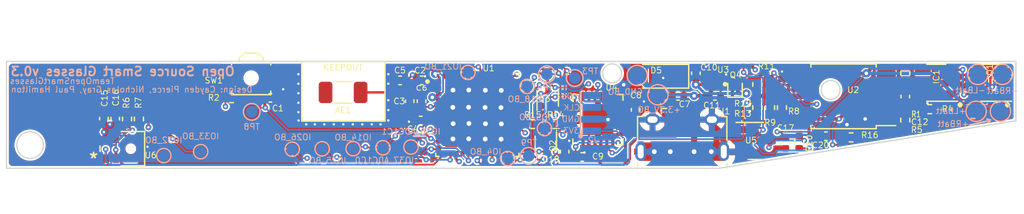
<source format=kicad_pcb>
(kicad_pcb (version 20240108) (generator "pcbnew") (generator_version "8.0")
  (title_block (title "Open Source Smart Glasses") (date "2022-06-26") (rev "v0.3") (comment 1 "Design: Cayden Pierce, Nicholas Gray, Paul Hamilton") (comment 2 "TeamOpenSmartGlasses"))
  (layers (0 "F.Cu" signal "F.Cu_Signals") (1 "In1.Cu" power "In1.Cu_GND") (2 "In2.Cu" mixed "In2.Cu_Power_GND") (31 "B.Cu" signal "B.Cu_Signals") (34 "B.Paste" user) (35 "F.Paste" user) (36 "B.SilkS" user "B.Silkscreen") (37 "F.SilkS" user "F.Silkscreen") (38 "B.Mask" user) (39 "F.Mask" user) (44 "Edge.Cuts" user))
  (net 0 "")
  (net 1 "EN")
  (net 2 "GND")
  (net 3 "+3.3VA")
  (net 4 "ADC1C0")
  (net 5 "ADC1C1")
  (net 6 "ADC1C2")
  (net 7 "Net-(C12-Pad1)")
  (net 8 "BATT-")
  (net 9 "Net-(D1-Pad1)")
  (net 10 "Net-(D1-Pad2)")
  (net 11 "Net-(D2-Pad1)")
  (net 12 "Net-(D2-Pad2)")
  (net 13 "Net-(C9-Pad1)")
  (net 15 "Net-(Q2-Pad1)")
  (net 16 "RTS")
  (net 17 "Net-(Q3-Pad1)")
  (net 18 "IO0")
  (net 19 "DTR")
  (net 20 "BATT+")
  (net 21 "+3V3")
  (net 22 "Net-(IC1-Pad2)")
  (net 23 "Net-(R5-Pad2)")
  (net 24 "IO4")
  (net 25 "TX_ESP")
  (net 26 "RX_ESP")
  (net 27 "IO2")
  (net 28 "IO25")
  (net 29 "IO26")
  (net 30 "IO21")
  (net 31 "IO22")
  (net 32 "IO15")
  (net 33 "IO14")
  (net 34 "IO13")
  (net 35 "IO12")
  (net 38 "IO34")
  (net 39 "IO35")
  (net 40 "IO32")
  (net 41 "IO33")
  (net 42 "IO27")
  (net 44 "IO10")
  (net 48 "EXT1_MIC_CLK")
  (net 49 "IO5")
  (net 50 "IO18")
  (net 51 "IO19")
  (net 59 "Net-(IC1-Pad1)")
  (net 60 "Net-(IC1-Pad3)")
  (net 66 "V_PSU")
  (net 67 "USB-")
  (net 68 "USB+")
  (net 74 "IO39")
  (net 77 "PSEN")
  (net 78 "Net-(AE1-Pad2)")
  (net 79 "EXT1_MIC_DATA")
  (net 80 "Net-(R6-Pad1)")
  (net 83 "V_USB")
  (footprint "Package_TO_SOT_SMD:SOT-23-6" (layer "F.Cu") (at 157.843507 76.795775 180)
    (property "Reference" "Q1")
    (property "Value" "FS8205A")
  )
  (footprint "Diode_SMD:D_0402_1005Metric" (layer "F.Cu") (at 140.3 76.945 -90)
    (property "Reference" "D1" (hide yes))
    (property "Value" "LED")
  )
  (footprint "Capacitor_SMD:C_0402_1005Metric" (layer "F.Cu") (at 122 82.6 90)
    (property "Reference" "C18")
    (property "Value" "0.1uF")
  )
  (footprint "Button_Switch_SMD:SW_SPST_B3U-3000P-B" (layer "F.Cu") (at 95.6 76.4)
    (property "Reference" "SW1")
    (property "Value" "SW_SPST")
  )
  (footprint "Package_TO_SOT_SMD:SOT-523" (layer "F.Cu") (at 120.574511 78.109511 90)
    (property "Reference" "Q3")
    (property "Value" "Q_NPN_BEC")
  )
  (footprint "Resistor_SMD:R_0402_1005Metric" (layer "F.Cu") (at 152.75 79.025 180)
    (property "Reference" "R4")
    (property "Value" "1K")
  )
  (footprint "Capacitor_SMD:C_0402_1005Metric" (layer "F.Cu") (at 97.225 78.065)
    (property "Reference" "C1")
    (property "Value" "1uF")
  )
  (footprint "Package_TO_SOT_SMD:SOT-523" (layer "F.Cu") (at 120.415 81.95 -90)
    (property "Reference" "Q2")
    (property "Value" "Q_NPN_BEC")
  )
  (footprint "Diode_SMD:D_SOD-123" (layer "F.Cu") (at 130.2 76.25 180)
    (property "Reference" "D5")
    (property "Value" "RB160M-30")
  )
  (footprint "Capacitor_SMD:C_0402_1005Metric" (layer "F.Cu") (at 84.15 79.82 -90)
    (property "Reference" "C16")
    (property "Value" "1uF/C0G")
  )
  (footprint "Resistor_SMD:R_0402_1005Metric" (layer "F.Cu") (at 86.15 79.85 90)
    (property "Reference" "R6")
    (property "Value" "10K*")
  )
  (footprint "Capacitor_SMD:C_0402_1005Metric" (layer "F.Cu") (at 131.55 77.9)
    (property "Reference" "C7")
    (property "Value" "1uF")
  )
  (footprint "OSSG_footprints:ANT3216LL00R2400A" (layer "F.Cu") (at 103.342 77.512)
    (property "Reference" "AE1")
    (property "Value" "ANT3216LL00R2400A")
  )
  (footprint "OSSG_footprints:MP23DB01HPTR" (layer "F.Cu") (at 84.75 82.35 180)
    (property "Reference" "U6")
    (property "Value" "MP23DB01HPTR")
  )
  (footprint "Capacitor_SMD:C_0402_1005Metric" (layer "F.Cu") (at 109.88 79.98 180)
    (property "Reference" "C4")
    (property "Value" "0.1uF")
  )
  (footprint "Resistor_SMD:R_0201_0603Metric" (layer "F.Cu") (at 137.4 75.4)
    (property "Reference" "R11")
    (property "Value" "NC")
  )
  (footprint "Package_TO_SOT_SMD:SOT-23-6" (layer "F.Cu") (at 153.293507 76.795775 180)
    (property "Reference" "IC1")
    (property "Value" "DW01A")
    (property "VALUE" "DW01A" (hide yes))
  )
  (footprint "OSSG_footprints:ESP32_PICO_D4" (layer "F.Cu") (at 114.65 79.5)
    (property "Reference" "U1")
    (property "Value" "ESP32-PICO-D4")
  )
  (footprint "Resistor_SMD:R_0402_1005Metric" (layer "F.Cu") (at 85.15 79.85 -90)
    (property "Reference" "R7")
    (property "Value" "10K*")
  )
  (footprint "Package_TO_SOT_SMD:SOT-23" (layer "F.Cu") (at 138.1 81.7)
    (property "Reference" "U5")
    (property "Value" "XC61CC3002MR")
  )
  (footprint "Resistor_SMD:R_0402_1005Metric" (layer "F.Cu") (at 146.125 81.4 180)
    (property "Reference" "R16")
    (property "Value" "100k")
  )
  (footprint "Resistor_SMD:R_0402_1005Metric" (layer "F.Cu") (at 139.3 78.89 90)
    (property "Reference" "R9")
    (property "Value" "1k")
  )
  (footprint "Capacitor_SMD:C_0402_1005Metric" (layer "F.Cu") (at 140.6 81.85 -90)
    (property "Reference" "C17")
    (property "Value" "0.1uF")
  )
  (footprint "Connector_USB:USB_Micro-B_Amphenol_10118194_Horizontal" (layer "F.Cu") (at 131.9 81.3)
    (property "Reference" "J1")
    (property "Value" "USB_B_Micro")
  )
  (footprint "Capacitor_SMD:C_0402_1005Metric" (layer "F.Cu") (at 144 81.3)
    (property "Reference" "C20")
    (property "Value" "0.1uF")
  )
  (footprint "Resistor_SMD:R_0402_1005Metric" (layer "F.Cu") (at 138.225 78.89 -90)
    (property "Reference" "R13")
    (property "Value" "160K")
  )
  (footprint "Capacitor_SMD:C_0402_1005Metric" (layer "F.Cu") (at 109.9625 76.6)
    (property "Reference" "C2")
    (property "Value" "10uF")
  )
  (footprint "Resistor_SMD:R_0402_1005Metric" (layer "F.Cu") (at 140.3 78.89 90)
    (property "Reference" "R8")
    (property "Value" "1k")
  )
  (footprint "Package_SO:SOP-8_5.28x5.23mm_P1.27mm" (layer "F.Cu") (at 145.486075 77.94 180)
    (property "Reference" "U2")
    (property "Value" "TP4056")
  )
  (footprint "Capacitor_SMD:C_0402_1005Metric" (layer "F.Cu") (at 150.686075 77.955 -90)
    (property "Reference" "C12")
    (property "Value" "100nF")
  )
  (footprint "Resistor_SMD:R_0402_1005Metric" (layer "F.Cu") (at 150.686075 79.945 90)
    (property "Reference" "R5")
    (property "Value" "4K")
  )
  (footprint "Resistor_SMD:R_0402_1005Metric" (layer "F.Cu") (at 93.95 78.09 180)
    (property "Reference" "R2")
    (property "Value" "10K")
  )
  (footprint "Capacitor_SMD:C_0402_1005Metric" (layer "F.Cu") (at 134.65 77.9 180)
    (property "Reference" "C11")
    (property "Value" "1uF")
  )
  (footprint "Capacitor_SMD:C_0402_1005Metric" (layer "F.Cu") (at 123.48 83.05)
    (property "Reference" "C9")
    (property "Value" "0.1uF")
  )
  (footprint "Capacitor_SMD:C_0402_1005Metric" (layer "F.Cu") (at 133.05 76 -90)
    (property "Reference" "C10")
    (property "Value" "1uF")
  )
  (footprint "Diode_SMD:D_0402_1005Metric" (layer "F.Cu") (at 139.3 76.945 -90)
    (property "Reference" "D2" (hide yes))
    (property "Value" "LED")
  )
  (footprint "OSSG_footprints:REG_NCP167BMX330TBG" (layer "F.Cu") (at 134.4625 76.6 180)
    (property "Reference" "U3")
    (property "Value" "NCP167BMX330TBG")
  )
  (footprint "Capacitor_SMD:C_0402_1005Metric" (layer "F.Cu") (at 109.95 78.35 90)
    (property "Reference" "C6")
    (property "Value" "0.1uF")
  )
  (footprint "Package_DFN_QFN:QFN-24-1EP_4x4mm_P0.5mm_EP2.6x2.6mm" (layer "F.Cu") (at 124.8 79.9 90)
    (property "Reference" "U4")
    (property "Value" "CH9102F")
  )
  (footprint "Capacitor_SMD:C_0402_1005Metric" (layer "F.Cu") (at 127.975 79.075 -90)
    (property "Reference" "C8")
    (property "Value" "1uF")
  )
  (footprint "Resistor_SMD:R_0402_1005Metric" (layer "F.Cu") (at 121.2 80.27)
    (property "Reference" "R14")
    (property "Value" "10K")
  )
  (footprint "Capacitor_SMD:C_0402_1005Metric" (layer "F.Cu") (at 108.14 76.6 180)
    (property "Reference" "C5")
    (property "Value" "0.1uF")
  )
  (footprint "Resistor_SMD:R_0402_1005Metric" (layer "F.Cu") (at 141.75 81.8 -90)
    (property "Reference" "R10")
    (property "Value" "100k")
  )
  (footprint "Capacitor_SMD:C_0402_1005Metric" (layer "F.Cu") (at 83.2 79.82 -90)
    (property "Reference" "C15")
    (property "Value" "100nF/C0G")
  )
  (footprint "Package_TO_SOT_SMD:SOT-883" (layer "F.Cu") (at 136.35 77.2 90)
    (property "Reference" "Q4")
    (property "Value" "Q_PMOS_GSD")
  )
  (footprint "Resistor_SMD:R_0402_1005Metric" (layer "F.Cu") (at 150.686075 76.005 -90)
    (property "Reference" "R1")
    (property "Value" "100")
  )
  (footprint "Resistor_SMD:R_0402_1005Metric" (layer "F.Cu") (at 138.225 76.94 -90)
    (property "Reference" "R12")
    (property "Value" "442K")
  )
  (footprint "Resistor_SMD:R_0402_1005Metric" (layer "F.Cu") (at 119.3 80.27 180)
    (property "Reference" "R15")
    (property "Value" "10K")
  )
  (footprint "Capacitor_SMD:C_0402_1005Metric" (layer "F.Cu") (at 108.95 78.35 90)
    (property "Reference" "C3")
    (property "Value" "0.1uF")
  )
  (footprint "OSSG_footprints:Solder-4P-Connector" (layer "B.Cu") (at 124.315 79.395 90)
    (property "Reference" "J2")
    (property "Value" "External PDM Mic Input")
  )
  (footprint "OSSG_footprints:Breakout_pads" (layer "B.Cu") (at 158.85 76.09 180)
    (property "Reference" "TP16")
    (property "Value" "-RBatt")
  )
  (footprint "OSSG_footprints:Breakout_pads_small" (layer "B.Cu") (at 117.2 83.18 180)
    (property "Reference" "TP1")
    (property "Value" "IO4_BO")
  )
  (footprint "TestPoint:TestPoint_Pad_D1.0mm" (layer "B.Cu") (at 118.97 82.95 180)
    (property "Reference" "TP9")
    (property "Value" "IO0_TP")
  )
  (footprint "OSSG_footprints:Breakout_pads_small" (layer "B.Cu") (at 101.58 82.36 180)
    (property "Reference" "TP6")
    (property "Value" "IO25_BO")
  )
  (footprint "OSSG_footprints:Breakout_pads" (layer "B.Cu") (at 128.11 76.18 180)
    (property "Reference" "TP18")
    (property "Value" "GND_BO")
  )
  (footprint "OSSG_footprints:Breakout_pads_small" (layer "B.Cu") (at 109.06 82.21 180)
    (property "Reference" "TP11")
    (property "Value" "IO38_ADC1C1")
  )
  (footprint "OSSG_footprints:Breakout_pads_small" (layer "B.Cu") (at 106.7 82.27 180)
    (property "Reference" "TP10")
    (property "Value" "IO37_ADC1C0")
  )
  (footprint "OSSG_footprints:Breakout_pads_small" (layer "B.Cu") (at 118.84 77.11 180)
    (property "Reference" "TP2")
    (property "Value" "IO18_BO")
  )
  (footprint "OSSG_footprints:Breakout_pads_small" (layer "B.Cu") (at 104.19 82.35 180)
    (property "Reference" "TP20")
    (property "Value" "IO14_BO")
  )
  (footprint "OSSG_footprints:Breakout_pads_small" (layer "B.Cu") (at 120.3 80.66 180)
    (property "Reference" "TP21")
    (property "Value" "IO5_BO")
  )
  (footprint "OSSG_footprints:Breakout_pads_small" (layer "B.Cu") (at 91.35 82.6 180)
    (property "Reference" "TP24")
    (property "Value" "IO33_BO")
  )
  (footprint "OSSG_footprints:Breakout_pads_small" (layer "B.Cu") (at 113.86 75.93 180)
    (property "Reference" "TP19")
    (property "Value" "IO21_BO")
  )
  (footprint "OSSG_footprints:Breakout_pads_small" (layer "B.Cu") (at 99.06 82.4 180)
    (property "Reference" "TP7")
    (property "Value" "IO26_BO")
  )
  (footprint "TestPoint:TestPoint_Pad_D1.0mm" (layer "B.Cu") (at 120.5 76.08 180)
    (property "Reference" "TP4")
    (property "Value" "RXIN")
  )
  (footprint "OSSG_footprints:Breakout_pads" (layer "B.Cu") (at 156.8 76.09 180)
    (property "Reference" "TP14")
    (property "Value" "-LBatt")
  )
  (footprint "OSSG_footprints:Breakout_pads" (layer "B.Cu") (at 158.7 79.2 180)
    (property "Reference" "TP15")
    (property "Value" "+RBatt")
  )
  (footprint "TestPoint:TestPoint_Pad_D1.0mm" (layer "B.Cu") (at 122.85 76.4 180)
    (property "Reference" "TP3")
    (property "Value" "TXIN")
  )
  (footprint "OSSG_footprints:Breakout_pads" (layer "B.Cu") (at 129.86 77.81 180)
    (property "Reference" "TP17")
    (property "Value" "+3.3V_BO")
  )
  (footprint "TestPoint:TestPoint_Pad_D1.0mm" (layer "B.Cu") (at 95.65 79.25 180)
    (property "Reference" "TP8")
    (property "Value" "EN_TP")
  )
  (footprint "OSSG_footprints:Breakout_pads" (layer "B.Cu") (at 156.65 79.2 180)
    (property "Reference" "TP13")
    (property "Value" "+LBatt")
  )
  (footprint "OSSG_footprints:Breakout_pads_small" (layer "B.Cu") (at 88.24 82.93 180)
    (property "Reference" "TP22")
    (property "Value" "IO32_BO")
  )
  (gr_line (start 156.09 80.36) (end 157.7 80) (stroke (width 0.15)) (layer "B.SilkS"))
  (gr_line (start 157.85 79.93) (end 157.69 80.16) (stroke (width 0.15)) (layer "B.SilkS"))
  (gr_line (start 122.716908 77.760959) (end 123.163088 77.877088) (stroke (width 0.1)) (layer "B.SilkS"))
  (gr_line (start 157.84 79.92) (end 157.56 79.86) (stroke (width 0.15)) (layer "B.SilkS"))
  (gr_line (start 156.23 79.81) (end 156.53 79.81) (stroke (width 0.15)) (layer "B.SilkS"))
  (gr_circle (center 76.981967 82.05) (end 77.481967 81.05) (stroke (width 0.1)) (fill none) (layer "Edge.Cuts"))
  (gr_line (start 75 84) (end 75 75) (stroke (width 0.1)) (layer "Edge.Cuts"))
  (gr_line (start 75 75) (end 160 75) (stroke (width 0.1)) (layer "Edge.Cuts"))
  (gr_circle (center 144.4 77.4) (end 144.9 76.781967) (stroke (width 0.1)) (fill none) (layer "Edge.Cuts"))
  (gr_line (start 135 84) (end 75 84) (stroke (width 0.1)) (layer "Edge.Cuts"))
  (gr_line (start 135 84) (end 160 80) (stroke (width 0.1)) (layer "Edge.Cuts"))
  (gr_circle (center 126 76) (end 126.5 75.381967) (stroke (width 0.1)) (fill none) (layer "Edge.Cuts"))
  (gr_line (start 160 80) (end 160 75) (stroke (width 0.1)) (layer "Edge.Cuts"))
  (gr_text "TeamOpenSmartGlasses\n" (at 79.7 76.65 0) (layer "B.SilkS") (effects (font (size 0.5 0.5) (thickness 0.07)) (justify mirror)))
  (gr_text "Design: Cayden Pierce, Nicholas Gray, Paul Hamilton" (at 85.544 77.366 0) (layer "B.SilkS") (effects (font (size 0.5 0.5) (thickness 0.07)) (justify mirror)))
  (gr_text "Open Source Smart Glasses v0.3" (at 84.782 75.842 0) (layer "B.SilkS") (effects (font (size 0.75 0.75)) (justify mirror)))
  (gr_text ".\n" (at 159.3 78.05 0) (layer "F.SilkS") (effects (font (size 1.5 1.5) (thickness 0.3))))
  (gr_text ".\n" (at 155.3 78.05 0) (layer "F.SilkS") (effects (font (size 1.5 1.5) (thickness 0.3))))
  (segment (start 96.13 77.45) (end 96.745 78.065) (width 0.25) (layer "F.Cu") (net 1))
  (segment (start 119.84 82.595) (end 120.415 82.595) (width 0.15) (layer "F.Cu") (net 1))
  (segment (start 95.2 77.45) (end 96.13 77.45) (width 0.25) (layer "F.Cu") (net 1))
  (segment (start 94.56 78.09) (end 95.2 77.45) (width 0.25) (layer "F.Cu") (net 1))
  (segment (start 96.77 76.43) (end 97.3 75.9) (width 0.4) (layer "F.Cu") (net 1))
  (segment (start 111.385 80.75) (end 110.74 80.75) (width 0.15) (layer "F.Cu") (net 1))
  (segment (start 94.46 78.09) (end 94.56 78.09) (width 0.25) (layer "F.Cu") (net 1))
  (segment (start 96.745 78.845) (end 96.85 78.95) (width 0.25) (layer "F.Cu") (net 1))
  (segment (start 96.745 78.065) (end 96.745 78.845) (width 0.25) (layer "F.Cu") (net 1))
  (segment (start 110.74 80.75) (end 110.7 80.71) (width 0.15) (layer "F.Cu") (net 1))
  (segment (start 96.77 78.1) (end 96.77 76.43) (width 0.4) (layer "F.Cu") (net 1))
  (via (at 110.7 80.71) (size 0.45) (drill 0.2) (layers "F.Cu" "B.Cu") (net 1))
  (via (at 119.84 82.595) (size 0.45) (drill 0.2) (layers "F.Cu" "B.Cu") (net 1))
  (via (at 96.8 78.9) (size 0.45) (drill 0.2) (layers "F.Cu" "B.Cu") (net 1))
  (segment (start 96 78.9) (end 95.65 79.25) (width 0.25) (layer "B.Cu") (net 1))
  (segment (start 96.75 78.85) (end 96.8 78.9) (width 0.15) (layer "B.Cu") (net 1))
  (segment (start 96.8 78.9) (end 96.05 78.9) (width 0.15) (layer "B.Cu") (net 1))
  (segment (start 96.8 78.9) (end 98.724511 80.824511) (width 0.15) (layer "B.Cu") (net 1))
  (segment (start 98.779022 80.77) (end 98.724511 80.824511) (width 0.15) (layer "B.Cu") (net 1))
  (segment (start 108.95 80.77) (end 98.779022 80.77) (width 0.15) (layer "B.Cu") (net 1))
  (segment (start 110.7 80.71) (end 110.240489 81.169511) (width 0.15) (layer "B.Cu") (net 1))
  (segment (start 96.05 78.9) (end 96 78.9) (width 0.25) (layer "B.Cu") (net 1))
  (segment (start 110.240489 81.169511) (end 109.349511 81.169511) (width 0.15) (layer "B.Cu") (net 1))
  (segment (start 109.349511 81.169511) (end 108.95 80.77) (width 0.15) (layer "B.Cu") (net 1))
  (segment (start 137.2125 82.5) (end 137.9 82.5) (width 0.15) (layer "F.Cu") (net 2))
  (segment (start 134.9425 76.275) (end 134.7875 76.275) (width 0.25) (layer "F.Cu") (net 2))
  (segment (start 123.96 82.967036) (end 123.664663 82.671699) (width 0.15) (layer "F.Cu") (net 2))
  (segment (start 134.7875 76.275) (end 134.4625 76.6) (width 0.25) (layer "F.Cu") (net 2))
  (segment (start 146.635 80.515) (end 147.305 79.845) (width 0.15) (layer "F.Cu") (net 2))
  (segment (start 108.93 79.99) (end 108.892668 80.027332) (width 0.15) (layer "F.Cu") (net 2))
  (segment (start 130.9 82.6) (end 132.9 82.6) (width 0.6) (layer "F.Cu") (net 2))
  (segment (start 109.91098 78.04549) (end 109.925 78.05951) (width 0.2) (layer "F.Cu") (net 2))
  (segment (start 135.6 77) (end 135.6 76.1) (width 0.15) (layer "F.Cu") (net 2))
  (segment (start 110.4425 76.6) (end 110.4425 76.455) (width 0.15) (layer "F.Cu") (net 2))
  (segment (start 148.920358 77.305) (end 147.986555 78.238803) (width 0.2) (layer "F.Cu") (net 2))
  (segment (start 97.705 77.945) (end 98.3 77.35) (width 0.25) (layer "F.Cu") (net 2))
  (segment (start 137.8 79.4) (end 137.6 79.2) (width 0.15) (layer "F.Cu") (net 2))
  (segment (start 152.24 78.835) (end 152.55 78.525) (width 0.25) (layer "F.Cu") (net 2))
  (segment (start 134.4 80.35) (end 135.075 81.025) (width 0.6) (layer "F.Cu") (net 2))
  (segment (start 109.95 77.87) (end 108.95 77.87) (width 0.15) (layer "F.Cu") (net 2))
  (segment (start 123.96 83.05) (end 123.96 81.9275) (width 0.15) (layer "F.Cu") (net 2))
  (segment (start 135.075 81.025) (end 135.4 81.35) (width 0.6) (layer "F.Cu") (net 2))
  (segment (start 150.686075 80.455) (end 149.696075 80.455) (width 0.2) (layer "F.Cu") (net 2))
  (segment (start 139.5 82.95) (end 140.12 82.33) (width 0.15) (layer "F.Cu") (net 2))
  (segment (start 146.255 79.845) (end 147.305 79.845) (width 0.25) (layer "F.Cu") (net 2))
  (segment (start 124.05 80.65) (end 124.8 79.9) (width 0.15) (layer "F.Cu") (net 2))
  (segment (start 84.18 79.31) (end 84.15 79.34) (width 0.25) (layer "F.Cu") (net 2))
  (segment (start 86.123 82.35) (end 86.71 82.35) (width 0.2) (layer "F.Cu") (net 2))
  (segment (start 129 82.6) (end 129.55 82.6) (width 0.6) (layer "F.Cu") (net 2))
  (segment (start 148.920358 79.845) (end 149.086075 79.845) (width 0.2) (layer "F.Cu") (net 2))
  (segment (start 127.975 78.595) (end 128.455 78.595) (width 0.15) (layer "F.Cu") (net 2))
  (segment (start 144.48 81.3) (end 144.48 81.30693) (width 0.25) (layer "F.Cu") (net 2))
  (segment (start 135.13 77.9) (end 135.13 77.47) (width 0.15) (layer "F.Cu") (net 2))
  (segment (start 123.96 83.05) (end 123.96 82.967036) (width 0.15) (layer "F.Cu") (net 2))
  (segment (start 134.35 82.6) (end 134.8 82.6) (width 0.6) (layer "F.Cu") (net 2))
  (segment (start 138.75 82.95) (end 139.5 82.95) (width 0.15) (layer "F.Cu") (net 2))
  (segment (start 133.05 75.52) (end 133.83 75.52) (width 0.15) (layer "F.Cu") (net 2))
  (segment (start 145.59 80.51) (end 145.775 80.325) (width 0.25) (layer "F.Cu") (net 2))
  (segment (start 145.59 80.51) (end 145.27 80.51) (width 0.25) (layer "F.Cu") (net 2))
  (segment (start 147.305 79.845) (end 149.086075 79.845) (width 0.25) (layer "F.Cu") (net 2))
  (segment (start 135.4 81.35) (end 135.4 82.6) (width 0.6) (layer "F.Cu") (net 2))
  (segment (start 85.15 79.31) (end 84.18 79.31) (width 0.25) (layer "F.Cu") (net 2))
  (segment (start 84.15 79.34) (end 83.2 79.34) (width 0.25) (layer "F.Cu") (net 2))
  (segment (start 135.13 77.47) (end 135.6 77) (width 0.15) (layer "F.Cu") (net 2))
  (segment (start 108.892668 80.027332) (end 108.892668 80.078575) (width 0.15) (layer "F.Cu") (net 2))
  (segment (start 83.17 79.37) (end 83.2 79.34) (width 0.25) (layer "F.Cu") (net 2))
  (segment (start 133.83 75.52) (end 133.9 75.45) (width 0.15) (layer "F.Cu") (net 2))
  (segment (start 109.4 79.98) (end 108.94 79.98) (width 0.15) (layer "F.Cu") (net 2))
  (segment (start 140.12 82.33) (end 140.6 82.33) (width 0.15) (layer "F.Cu") (net 2))
  (segment (start 145.775 80.325) (end 146.255 79.845) (width 0.25) (layer "F.Cu") (net 2))
  (segment (start 110.4425 76.455) (end 110.2375 76.25) (width 0.15) (layer "F.Cu") (net 2))
  (segment (start 132.9 82.6) (end 134.35 82.6) (width 0.6) (layer "F.Cu") (net 2))
  (segment (start 136.0625 81.35) (end 137.2125 82.5) (width 0.6) (layer "F.Cu") (net 2))
  (segment (start 152.24 79.025) (end 152.24 78.835) (width 0.25) (layer "F.Cu") (net 2))
  (segment (start 128.455 78.595) (end 128.675 78.375) (width 0.15) (layer "F.Cu") (net 2))
  (segment (start 135.4 81.35) (end 136.0625 81.35) (width 0.6) (layer "F.Cu") (net 2))
  (segment (start 135.425 76.275) (end 135.6 76.1) (width 0.25) (layer "F.Cu") (net 2))
  (segment (start 134.9425 76.275) (end 135.425 76.275) (width 0.25) (layer "F.Cu") (net 2))
  (segment (start 124.05 81.8375) (end 124.05 80.65) (width 0.15) (layer "F.Cu") (net 2))
  (segment (start 138.55 83.15) (end 138.75 82.95) (width 0.15) (layer "F.Cu") (net 2))
  (segment (start 147.986555 78.911197) (end 148.920358 79.845) (width 0.2) (layer "F.Cu") (net 2))
  (segment (start 110.4425 76.6) (end 110.4875 76.6) (width 0.15) (layer "F.Cu") (net 2))
  (segment (start 145.27 80.51) (end 144.48 81.3) (width 0.25) (layer "F.Cu") (net 2))
  (segment (start 97.705 78.065) (end 97.965 78.065) (width 0.25) (layer "F.Cu") (net 2))
  (segment (start 108.94 79.98) (end 108.93 79.99) (width 0.15) (layer "F.Cu") (net 2))
  (segment (start 138.225 79.4) (end 137.8 79.4) (width 0.15) (layer "F.Cu") (net 2))
  (segment (start 149.086075 77.305) (end 148.920358 77.305) (width 0.2) (layer "F.Cu") (net 2))
  (segment (start 134.4 79.9) (end 134.4 80.35) (width 0.6) (layer "F.Cu") (net 2))
  (segment (start 122 82.12) (end 122 82.066703) (width 0.15) (layer "F.Cu") (net 2))
  (segment (start 109.925 78.05951) (end 109.76598 78.05951) (width 0.2) (layer "F.Cu") (net 2))
  (segment (start 138.225 79.4) (end 138.06 79.4) (width 0.3) (layer "F.Cu") (net 2))
  (segment (start 86.71 82.35) (end 86.87 82.19) (width 0.2) (layer "F.Cu") (net 2))
  (segment (start 133.2 79.9) (end 134.4 79.9) (width 0.4) (layer "F.Cu") (net 2))
  (segment (start 131.07 77.9) (end 131.07 77.17) (width 0.15) (layer "F.Cu") (net 2))
  (segment (start 97.705 78.065) (end 97.705 77.945) (width 0.25) (layer "F.Cu") (net 2))
  (segment (start 131.07 77.17) (end 130.3 76.4) (width 0.15) (layer "F.Cu") (net 2))
  (segment (start 129.55 82.6) (end 130.9 82.6) (width 0.6) (layer "F.Cu") (net 2))
  (segment (start 149.696075 80.455) (end 149.086075 79.845) (width 0.2) (layer "F.Cu") (net 2))
  (segment (start 129.4 79.55) (end 129.4 79.9) (width 0.2) (layer "F.Cu") (net 2))
  (segment (start 123.96 81.9275) (end 124.05 81.8375) (width 0.15) (layer "F.Cu") (net 2))
  (segment (start 137.9 82.5) (end 138.55 83.15) (width 0.15) (layer "F.Cu") (net 2))
  (segment (start 122 82.066703) (end 122.384362 81.682341) (width 0.15) (layer "F.Cu") (net 2))
  (segment (start 146.635 81.4) (end 146.635 80.515) (width 0.15) (layer "F.Cu") (net 2))
  (segment (start 147.986555 78.238803) (end 147.986555 78.911197) (width 0.2) (layer "F.Cu") (net 2))
  (via (at 112.61 80.24) (size 1) (drill 0.4) (layers "F.Cu" "B.Cu") (net 2))
  (via (at 112.58 78.87) (size 1) (drill 0.4) (layers "F.Cu" "B.Cu") (net 2))
  (via (at 135.6 76.1) (size 0.45) (drill 0.2) (layers "F.Cu" "B.Cu") (net 2))
  (via (at 100.96 80.3) (size 0.45) (drill 0.2) (layers "F.Cu" "B.Cu") (net 2))
  (via (at 105.76 80.3) (size 0.45) (drill 0.2) (layers "F.Cu" "B.Cu") (net 2))
  (via (at 115.3 78.88) (size 1) (drill 0.4) (layers "F.Cu" "B.Cu") (net 2))
  (via (at 104.16 80.3) (size 0.45) (drill 0.2) (layers "F.Cu" "B.Cu") (net 2))
  (via (at 99.58 79.28) (size 0.45) (drill 0.2) (layers "F.Cu" "B.Cu") (net 2))
  (via (at 107.15 79.1) (size 0.45) (drill 0.2) (layers "F.Cu" "B.Cu") (net 2))
  (via (at 137.6 79.2) (size 0.45) (drill 0.2) (layers "F.Cu" "B.Cu") (net 2))
  (via (at 99.58 78.48) (size 0.45) (drill 0.2) (layers "F.Cu" "B.Cu") (net 2))
  (via (at 112.6 77.42) (size 1) (drill 0.4) (layers "F.Cu" "B.Cu") (net 2))
  (via (at 99.58 76.88) (size 0.45) (drill 0.2) (layers "F.Cu" "B.Cu") (net 2))
  (via (at 123.664663 82.671699) (size 0.45) (drill 0.2) (layers "F.Cu" "B.Cu") (net 2))
  (via (at 86.87 82.19) (size 0.45) (drill 0.2) (layers "F.Cu" "B.Cu") (net 2))
  (via (at 106.5 80.3) (size 0.45) (drill 0.2) (layers "F.Cu" "B.Cu") (net 2))
  (via (at 122.384362 81.682341) (size 0.45) (drill 0.2) (layers "F.Cu" "B.Cu") (net 2))
  (via (at 102.56 80.3) (size 0.45) (drill 0.2) (layers "F.Cu" "B.Cu") (net 2))
  (via (at 113.91 78.86) (size 1) (drill 0.4) (layers "F.Cu" "B.Cu") (net 2))
  (via (at 108.892668 80.078575) (size 0.45) (drill 0.2) (layers "F.Cu" "B.Cu") (net 2))
  (via (at 107.15 76.08) (size 0.45) (drill 0.2) (layers "F.Cu" "B.Cu") (net 2))
  (via (at 116.66 77.44) (size 1) (drill 0.4) (layers "F.Cu" "B.Cu") (net 2))
  (via (at 152.55 78.525) (size 0.45) (drill 0.2) (layers "F.Cu" "B.Cu") (net 2))
  (via (at 115.33 80.25) (size 1) (drill 0.4) (layers "F.Cu" "B.Cu") (net 2))
  (via (at 101.76 80.3) (size 0.45) (drill 0.2) (layers "F.Cu" "B.Cu") (net 2))
  (via (at 103.36 80.3) (size 0.45) (drill 0.2) (layers "F.Cu" "B.Cu") (net 2))
  (via (at 115.31 81.54) (size 1) (drill 0.4) (layers "F.Cu" "B.Cu") (net 2))
  (via (at 125.65 79.9) (size 0.7) (drill 0.3) (layers "F.Cu" "B.Cu") (net 2))
  (via (at 126.97 76.96) (size 0.7) (drill 0.3) (layers "F.Cu" "B.Cu") (net 2))
  (via (at 145.775 80.325) (size 0.7) (drill 0.3) (layers "F.Cu" "B.Cu") (net 2))
  (via (at 99.58 76.08) (size 0.45) (drill 0.2) (layers "F.Cu" "B.Cu") (net 2))
  (via (at 128.675 78.375) (size 0.45) (drill 0.2) (layers "F.Cu" "B.Cu") (net 2))
  (via (at 132.9 82.6) (size 1) (drill 0.4) (layers "F.Cu" "B.Cu") (net 2))
  (via (at 107.15 76.88) (size 0.45) (drill 0.2) (layers "F.Cu" "B.Cu") (net 2))
  (via (at 110.2375 76.25) (size 0.45) (drill 0.2) (layers "F.Cu" "B.Cu") (net 2))
  (via (at 116.67 80.26) (size 1) (drill 0.4) (layers "F.Cu" "B.Cu") (net 2))
  (via (at 130.3 76.4) (size 0.45) (drill 0.2) (layers "F.Cu" "B.Cu") (net 2))
  (via (at 98.3 77.35) (size 0.45) (drill 0.2) (layers "F.Cu" "B.Cu") (net 2))
  (via (at 107.15 78.27) (size 0.45) (drill 0.2) (layers "F.Cu" "B.Cu") (net 2))
  (via (at 116.65 81.55) (size 1) (drill 0.4) (layers "F.Cu" "B.Cu") (net 2))
  (via (at 100.24 80.3) (size 0.45) (drill 0.2) (layers "F.Cu" "B.Cu") (net 2))
  (via (at 113.94 80.23) (size 1) (drill 0.4) (layers "F.Cu" "B.Cu") (net 2))
  (via (at 147.305 79.845) (size 0.7) (drill 0.3) (layers "F.Cu" "B.Cu") (net 2))
  (via (at 107.15 79.97) (size 0.45) (drill 0.2) (layers "F.Cu" "B.Cu") (net 2))
  (via (at 129.55 82.6) (size 1) (drill 0.4) (layers "F.Cu" "B.Cu") (net 2))
  (via (at 99.58 77.68) (size 0.45) (drill 0.2) (layers "F.Cu" "B.Cu") (net 2))
  (via (at 104.96 80.3) (size 0.45) (drill 0.2) (layers "F.Cu" "B.Cu") (net 2))
  (via (at 130.9 82.6) (size 1) (drill 0.4) (layers "F.Cu" "B.Cu") (net 2))
  (via (at 113.92 81.52) (size 1) (drill 0.4) (layers "F.Cu" "B.Cu") (net 2))
  (via (at 99.59 79.98) (size 0.45) (drill 0.2) (layers "F.Cu" "B.Cu") (net 2))
  (via (at 134.35 82.6) (size 1) (drill 0.4) (layers "F.Cu" "B.Cu") (net 2))
  (via (at 116.64 78.89) (size 1) (drill 0.4) (layers "F.Cu" "B.Cu") (net 2))
  (via (at 113.93 77.41) (size 1) (drill 0.4) (layers "F.Cu" "B.Cu") (net 2))
  (via (at 115.32 77.43) (size 1) (drill 0.4) (layers "F.Cu" "B.Cu") (net 2))
  (via (at 112.59 81.53) (size 1) (drill 0.4) (layers "F.Cu" "B.Cu") (net 2))
  (via (at 133.9 75.45) (size 0.45) (drill 0.2) (layers "F.Cu" "B.Cu") (net 2))
  (segment (start 124.3 79.865) (end 125.615 79.865) (width 0.25) (layer "B.Cu") (net 2))
  (segment (start 127.75 76.18) (end 126.97 76.96) (width 0.25) (layer "B.Cu") (net 2))
  (segment (start 128.11 76.18) (end 127.75 76.18) (width 0.25) (layer "B.Cu") (net 2))
  (segment (start 125.615 79.865) (end 125.65 79.9) (width 0.25) (layer "B.Cu") (net 2))
  (segment (start 109.4825 76.424155) (end 109.188941 76.130596) (width 0.15) (layer "F.Cu") (net 3))
  (segment (start 114.4 75.954972) (end 114.180508 75.73548) (width 0.15) (layer "F.Cu") (net 3))
  (segment (start 111.385 77.75) (end 111.385 78.25) (width 0.15) (layer "F.Cu") (net 3))
  (segment (start 111.11 78.025) (end 111.385 77.75) (width 0.15) (layer "F.Cu") (net 3))
  (segment (start 109.4825 76.6) (end 109.4825 76.424155) (width 0.15) (layer "F.Cu") (net 3))
  (segment (start 112.9 76.235) (end 112.9 75.954972) (width 0.15) (layer "F.Cu") (net 3))
  (segment (start 111.60202 75.73548) (end 111.22548 75.73548) (width 0.15) (layer "F.Cu") (net 3))
  (segment (start 111.385 75.9525) (end 111.385 76.75) (width 0.15) (layer "F.Cu") (net 3))
  (segment (start 112.680508 75.73548) (end 111.60202 75.73548) (width 0.15) (layer "F.Cu") (net 3))
  (segment (start 108.8475 76.472037) (end 109.188941 76.130596) (width 0.15) (layer "F.Cu") (net 3))
  (segment (start 111.16 78.025) (end 111.385 78.25) (width 0.15) (layer "F.Cu") (net 3))
  (segment (start 114.180508 75.73548) (end 113.119492 75.73548) (width 0.15) (layer "F.Cu") (net 3))
  (segment (start 111.22548 75.73548) (end 109.70202 75.73548) (width 0.15) (layer "F.Cu") (net 3))
  (segment (start 110.8625 78.025) (end 111.16 78.025) (width 0.15) (layer "F.Cu") (net 3))
  (segment (start 113.119492 75.73548) (end 112.9 75.954972) (width 0.15) (layer "F.Cu") (net 3))
  (segment (start 110.8625 78.025) (end 111.11 78.025) (width 0.15) (layer "F.Cu") (net 3))
  (segment (start 111.60202 75.73548) (end 111.385 75.9525) (width 0.15) (layer "F.Cu") (net 3))
  (segment (start 108.8475 76.6) (end 108.8475 76.472037) (width 0.15) (layer "F.Cu") (net 3))
  (segment (start 109.4825 75.955) (end 109.4825 76.6) (width 0.15) (layer "F.Cu") (net 3))
  (segment (start 109.70202 75.73548) (end 109.4825 75.955) (width 0.15) (layer "F.Cu") (net 3))
  (segment (start 114.4 76.235) (end 114.4 75.954972) (width 0.15) (layer "F.Cu") (net 3))
  (segment (start 111.1875 75.9525) (end 111.385 75.9525) (width 0.15) (layer "F.Cu") (net 3))
  (segment (start 112.9 75.954972) (end 112.680508 75.73548) (width 0.15) (layer "F.Cu") (net 3))
  (segment (start 111.22548 75.91452) (end 111.09 76.05) (width 0.15) (layer "F.Cu") (net 3))
  (segment (start 111.09 76.05) (end 111.1875 75.9525) (width 0.15) (layer "F.Cu") (net 3))
  (segment (start 111.22548 75.73548) (end 111.22548 75.91452) (width 0.15) (layer "F.Cu") (net 3))
  (segment (start 108.6175 76.6) (end 109.4825 76.6) (width 0.2) (layer "F.Cu") (net 3))
  (via (at 110.8625 78.025) (size 0.7) (drill 0.3) (layers "F.Cu" "B.Cu") (net 3))
  (via (at 109.188941 76.130596) (size 0.45) (drill 0.2) (layers "F.Cu" "B.Cu") (net 3))
  (via (at 111.09 76.05) (size 0.7) (drill 0.3) (layers "F.Cu" "B.Cu") (net 3))
  (segment (start 111.7625 76.25) (end 111.7625 77.55) (width 0.15) (layer "B.Cu") (net 3))
  (segment (start 111.7625 77.55) (end 111.2875 78.025) (width 0.15) (layer "B.Cu") (net 3))
  (segment (start 111.4375 75.925) (end 111.7625 76.25) (width 0.15) (layer "B.Cu") (net 3))
  (segment (start 111.2875 78.025) (end 110.8625 78.025) (width 0.15) (layer "B.Cu") (net 3))
  (segment (start 108.393157 80.373157) (end 108.41 80.39) (width 0.15) (layer "F.Cu") (net 4))
  (segment (start 108.41 80.61) (end 107.74 81.28) (width 0.15) (layer "F.Cu") (net 4))
  (segment (start 109.50452 79.38452) (end 111.25048 79.38452) (width 0.15) (layer "F.Cu") (net 4))
  (segment (start 111.36 79.225) (end 111.385 79.25) (width 0.15) (layer "F.Cu") (net 4))
  (segment (start 108.95 78.83) (end 108.95 79.15) (width 0.15) (layer "F.Cu") (net 4))
  (segment (start 111.25048 79.38452) (end 111.385 79.25) (width 0.15) (layer "F.Cu") (net 4))
  (segment (start 108.393157 79.706843) (end 108.393157 80.373157) (width 0.15) (layer "F.Cu") (net 4))
  (segment (start 108.41 80.39) (end 108.41 80.61) (width 0.15) (layer "F.Cu") (net 4))
  (segment (start 108.95 78.83) (end 109.50452 79.38452) (width 0.15) (layer "F.Cu") (net 4))
  (segment (start 108.95 79.15) (end 108.393157 79.706843) (width 0.15) (layer "F.Cu") (net 4))
  (segment (start 108.9 79.00549) (end 109.014761 79.00549) (width 0.15) (layer "F.Cu") (net 4))
  (via (at 107.74 81.28) (size 0.45) (drill 0.2) (layers "F.Cu" "B.Cu") (net 4))
  (segment (start 106.75 82.27) (end 107.74 81.28) (width 0.15) (layer "B.Cu") (net 4))
  (segment (start 106.7 82.27) (end 106.75 82.27) (width 0.15) (layer "B.Cu") (net 4))
  (segment (start 111.04 79.75) (end 111.385 79.75) (width 0.15) (layer "F.Cu") (net 5))
  (segment (start 110.36 79.98) (end 110.36 80.2) (width 0.15) (layer "F.Cu") (net 5))
  (segment (start 110.36 80.2) (end 109.89 80.67) (width 0.15) (layer "F.Cu") (net 5))
  (segment (start 110.81 79.98) (end 111.04 79.75) (width 0.15) (layer "F.Cu") (net 5))
  (segment (start 110.36 79.98) (end 110.81 79.98) (width 0.15) (layer "F.Cu") (net 5))
  (via (at 109.89 80.67) (size 0.45) (drill 0.2) (layers "F.Cu" "B.Cu") (net 5))
  (via (at 110.01 81.87) (size 0.45) (drill 0.2) (layers "F.Cu" "B.Cu") (net 5))
  (segment (start 109.9 81.58) (end 109.9 81.76) (width 0.15) (layer "B.Cu") (net 5))
  (segment (start 109.810989 81.669011) (end 109.9 81.58) (width 0.15) (layer "B.Cu") (net 5))
  (segment (start 109.600989 81.669011) (end 109.810989 81.669011) (width 0.15) (layer "B.Cu") (net 5))
  (segment (start 109.9 81.76) (end 110.01 81.87) (width 0.15) (layer "B.Cu") (net 5))
  (segment (start 109.600989 81.669011) (end 109.06 82.21) (width 0.15) (layer "B.Cu") (net 5))
  (segment (start 111.36 78.725) (end 111.385 78.75) (width 0.15) (layer "F.Cu") (net 6))
  (segment (start 138.225 77.865) (end 138.225 77.45) (width 0.2) (layer "F.Cu") (net 6))
  (segment (start 110.16402 78.78049) (end 110.16402 78.63) (width 0.15) (layer "F.Cu") (net 6))
  (segment (start 138.225 78.38) (end 137.47 78.38) (width 0.2) (layer "F.Cu") (net 6))
  (segment (start 137.47 78.38) (end 137.35 78.5) (width 0.2) (layer "F.Cu") (net 6))
  (segment (start 111.05 78.725) (end 111.36 78.725) (width 0.15) (layer "F.Cu") (net 6))
  (segment (start 109.925 79.01951) (end 110.16402 78.78049) (width 0.15) (layer "F.Cu") (net 6))
  (segment (start 109.95 78.83) (end 110.945 78.83) (width 0.15) (layer "F.Cu") (net 6))
  (segment (start 110.945 78.83) (end 111.05 78.725) (width 0.15) (layer "F.Cu") (net 6))
  (segment (start 138.225 78.38) (end 138.225 77.865) (width 0.2) (layer "F.Cu") (net 6))
  (via (at 121.25 83.53) (size 0.45) (drill 0.2) (layers "F.Cu" "B.Cu") (net 6))
  (via (at 137.35 78.5) (size 0.45) (drill 0.2) (layers "F.Cu" "B.Cu") (net 6))
  (via (at 110.7 78.81) (size 0.45) (drill 0.2) (layers "F.Cu" "B.Cu") (net 6))
  (segment (start 137.05 81.375) (end 137.05 78.8) (width 0.15) (layer "B.Cu") (net 6))
  (segment (start 127.45 83.48976) (end 127.24952 83.69024) (width 0.15) (layer "B.Cu") (net 6))
  (segment (start 121.25 83.53) (end 121.02 83.53) (width 0.15) (layer "B.Cu") (net 6))
  (segment (start 127.45 83.45) (end 127.45 81.951772) (width 0.15) (layer "B.Cu") (net 6))
  (segment (start 121 83.55) (end 121.07548 83.62548) (width 0.15) (layer "B.Cu") (net 6))
  (segment (start 127.24702 83.68) (end 121.07298 83.68) (width 0.15) (layer "B.Cu") (net 6))
  (segment (start 136.87452 81.55048) (end 137.05 81.375) (width 0.15) (layer "B.Cu") (net 6))
  (segment (start 121.07548 83.62548) (end 121.07548 83.7) (width 0.15) (layer "B.Cu") (net 6))
  (segment (start 127.45 81.951772) (end 127.851292 81.55048) (width 0.15) (layer "B.Cu") (net 6))
  (segment (start 137.05 78.8) (end 137.35 78.5) (width 0.15) (layer "B.Cu") (net 6))
  (segment (start 121.02 83.53) (end 121 83.55) (width 0.15) (layer "B.Cu") (net 6))
  (segment (start 127.851292 81.55048) (end 136.87452 81.55048) (width 0.15) (layer "B.Cu") (net 6))
  (segment (start 150.96685 76.795775) (end 150.686075 76.515) (width 0.25) (layer "F.Cu") (net 7))
  (segment (start 152.156007 76.795775) (end 150.96685 76.795775) (width 0.25) (layer "F.Cu") (net 7))
  (segment (start 150.686075 76.515) (end 150.686075 77.475) (width 0.25) (layer "F.Cu") (net 7))
  (segment (start 154.8 78.5) (end 153.631973 79.668027) (width 0.2) (layer "F.Cu") (net 8))
  (segment (start 157.85 77.49) (end 157.85 77.6) (width 0.2) (layer "F.Cu") (net 8))
  (segment (start 157.45 78.5) (end 154.8 78.5) (width 0.2) (layer "F.Cu") (net 8))
  (segment (start 151.3753 77.745775) (end 150.686075 78.435) (width 0.2) (layer "F.Cu") (net 8))
  (segment (start 157.85 77.6) (end 157.85 78.1) (width 0.2) (layer "F.Cu") (net 8))
  (segment (start 153.615759 79.668027) (end 153.518491 79.765295) (width 0.2) (layer "F.Cu") (net 8))
  (segment (start 152.156007 77.745775) (end 151.3753 77.745775) (width 0.2) (layer "F.Cu") (net 8))
  (segment (start 157.85 76.425) (end 157.85 77.49) (width 0.2) (layer "F.Cu") (net 8))
  (segment (start 151.5 79.425) (end 151.5 78.85) (width 0.2) (layer "F.Cu") (net 8))
  (segment (start 151.840295 79.765295) (end 151.5 79.425) (width 0.2) (layer "F.Cu") (net 8))
  (segment (start 157.85 78.1) (end 157.45 78.5) (width 0.2) (layer "F.Cu") (net 8))
  (segment (start 158.981007 75.845775) (end 159.543507 75.845775) (width 0.2) (layer "F.Cu") (net 8))
  (segment (start 153.631973 79.668027) (end 153.615759 79.668027) (width 0.2) (layer "F.Cu") (net 8))
  (segment (start 151.085 78.435) (end 150.686075 78.435) (width 0.2) (layer "F.Cu") (net 8))
  (segment (start 158.429225 75.845775) (end 157.85 76.425) (width 0.2) (layer "F.Cu") (net 8))
  (segment (start 158 77.14) (end 158 77.34) (width 0.15) (layer "F.Cu") (net 8))
  (segment (start 158.981007 75.845775) (end 158.429225 75.845775) (width 0.2) (layer "F.Cu") (net 8))
  (segment (start 151.5 78.85) (end 151.085 78.435) (width 0.2) (layer "F.Cu") (net 8))
  (segment (start 153.518491 79.765295) (end 151.840295 79.765295) (width 0.2) (layer "F.Cu") (net 8))
  (segment (start 158 77.34) (end 157.85 77.49) (width 0.15) (layer "F.Cu") (net 8))
  (via (at 158 77.14) (size 0.45) (drill 0.2) (layers "F.Cu" "B.Cu") (net 8))
  (segment (start 158.7 76.55) (end 158.7 76.75) (width 0.15) (layer "B.Cu") (net 8))
  (segment (start 157.85 77.14) (end 156.8 76.09) (width 0.3) (layer "B.Cu") (net 8))
  (segment (start 158.85 76.29) (end 158 77.14) (width 0.3) (layer "B.Cu") (net 8))
  (segment (start 141.240595 76.65952) (end 141.886075 77.305) (width 0.25) (layer "F.Cu") (net 9))
  (segment (start 141.886075 77.305) (end 141.508226 77.305) (width 0.5) (layer "F.Cu") (net 9))
  (segment (start 141.886075 77.305) (end 141.242526 77.305) (width 0.2) (layer "F.Cu") (net 9))
  (segment (start 140.3 76.46) (end 140.49952 76.65952) (width 0.25) (layer "F.Cu") (net 9))
  (segment (start 140.49952 76.65952) (end 141.240595 76.65952) (width 0.25) (layer "F.Cu") (net 9))
  (segment (start 140.3 78.38) (end 140.3 77.43) (width 0.2) (layer "F.Cu") (net 10))
  (segment (start 141.380388 78.575) (end 141.886075 78.575) (width 0.5) (layer "F.Cu") (net 11))
  (segment (start 141.886075 78.575) (end 141.541075 78.575) (width 0.2) (layer "F.Cu") (net 11))
  (segment (start 141.911075 78.6) (end 141.886075 78.575) (width 0.25) (layer "F.Cu") (net 11))
  (segment (start 139.3 76.46) (end 139.3 76.3) (width 0.15) (layer "F.Cu") (net 11))
  (segment (start 139.3 76.3) (end 139.625 75.975) (width 0.15) (layer "F.Cu") (net 11))
  (segment (start 143.225 78.6) (end 141.911075 78.6) (width 0.25) (layer "F.Cu") (net 11))
  (via (at 143.225 78.6) (size 0.45) (drill 0.2) (layers "F.Cu" "B.Cu") (net 11))
  (via (at 139.625 75.975) (size 0.45) (drill 0.2) (layers "F.Cu" "B.Cu") (net 11))
  (segment (start 139.625 75.975) (end 142.25 78.6) (width 0.15) (layer "B.Cu") (net 11))
  (segment (start 142.25 78.6) (end 143.225 78.6) (width 0.15) (layer "B.Cu") (net 11))
  (segment (start 139.3 78.38) (end 139.3 77.43) (width 0.2) (layer "F.Cu") (net 12))
  (segment (start 126.05 81.8375) (end 126.4875 81.8375) (width 0.15) (layer "F.Cu") (net 13))
  (segment (start 126.4875 81.8375) (end 126.5 81.85) (width 0.15) (layer "F.Cu") (net 13))
  (segment (start 122.925 82.975) (end 123 83.05) (width 0.15) (layer "F.Cu") (net 13))
  (segment (start 123.2 83.25) (end 123 83.05) (width 0.15) (layer "F.Cu") (net 13))
  (segment (start 122.925 82.175) (end 122.925 82.975) (width 0.15) (layer "F.Cu") (net 13))
  (via (at 126.5 81.85) (size 0.45) (drill 0.2) (layers "F.Cu" "B.Cu") (net 13))
  (via (at 122.925 82.175) (size 0.45) (drill 0.2) (layers "F.Cu" "B.Cu") (net 13))
  (segment (start 123.25 81.85) (end 122.925 82.175) (width 0.15) (layer "B.Cu") (net 13))
  (segment (start 126.5 81.85) (end 123.25 81.85) (width 0.15) (layer "B.Cu") (net 13))
  (segment (start 120.915 81.305) (end 120.915 81.065) (width 0.15) (layer "F.Cu") (net 15))
  (segment (start 120.915 81.065) (end 121.71 80.27) (width 0.15) (layer "F.Cu") (net 15))
  (segment (start 122.8625 78.1125) (end 122.8 78.05) (width 0.15) (layer "F.Cu") (net 16))
  (segment (start 119.81 81.2) (end 119.915 81.305) (width 0.15) (layer "F.Cu") (net 16))
  (segment (start 122.8625 78.65) (end 122.8625 78.1125) (width 0.15) (layer "F.Cu") (net 16))
  (segment (start 120.815489 78.009511) (end 121.190489 78.009511) (width 0.15) (layer "F.Cu") (net 16))
  (segment (start 120.584511 79.315489) (end 119.81 80.09) (width 0.15) (layer "F.Cu") (net 16))
  (segment (start 120.815489 78.009511) (end 120.584511 78.240489) (width 0.15) (layer "F.Cu") (net 16))
  (segment (start 121.190489 78.009511) (end 120.990489 78.009511) (width 0.15) (layer "F.Cu") (net 16))
  (segment (start 120.584511 78.240489) (end 120.584511 79.315489) (width 0.15) (layer "F.Cu") (net 16))
  (segment (start 121.2 78) (end 121.190489 78.009511) (width 0.15) (layer "F.Cu") (net 16))
  (segment (start 119.71 80.2) (end 119.800489 80.109511) (width 0.2) (layer "F.Cu") (net 16))
  (segment (start 119.81 80.27) (end 119.81 81.2) (width 0.15) (layer "F.Cu") (net 16))
  (segment (start 119.81 80.09) (end 119.81 80.27) (width 0.15) (layer "F.Cu") (net 16))
  (via (at 121.2 78) (size 0.45) (drill 0.2) (layers "F.Cu" "B.Cu") (net 16))
  (via (at 122.8 78.05) (size 0.45) (drill 0.2) (layers "F.Cu" "B.Cu") (net 16))
  (segment (start 121.35 77.85) (end 122.6 77.85) (width 0.15) (layer "B.Cu") (net 16))
  (segment (start 122.8 78.05) (end 122.6 77.85) (width 0.15) (layer "B.Cu") (net 16))
  (segment (start 121.2 78) (end 121.35 77.85) (width 0.15) (layer "B.Cu") (net 16))
  (segment (start 120.074511 78.985489) (end 118.79 80.27) (width 0.15) (layer "F.Cu") (net 17))
  (segment (start 120.074511 78.754511) (end 120.074511 78.985489) (width 0.15) (layer "F.Cu") (net 17))
  (segment (start 116.8875 83.15) (end 117.0675 83.33) (width 0.15) (layer "F.Cu") (net 18))
  (segment (start 116.8875 82.7775) (end 116.8875 83.15) (width 0.15) (layer "F.Cu") (net 18))
  (segment (start 116.9 82.765) (end 116.8875 82.7775) (width 0.15) (layer "F.Cu") (net 18))
  (segment (start 117.0675 83.33) (end 118.22 83.33) (width 0.15) (layer "F.Cu") (net 18))
  (segment (start 120.329511 77.709511) (end 120.574511 77.464511) (width 0.15) (layer "F.Cu") (net 18))
  (segment (start 119.999511 77.709511) (end 120.329511 77.709511) (width 0.15) (layer "F.Cu") (net 18))
  (segment (start 118.22 83.33) (end 118.25 83.3) (width 0.15) (layer "F.Cu") (net 18))
  (via (at 119.999511 77.709511) (size 0.45) (drill 0.2) (layers "F.Cu" "B.Cu") (net 18))
  (via (at 118.25 83.3) (size 0.45) (drill 0.2) (layers "F.Cu" "B.Cu") (net 18))
  (segment (start 119.175 78.534022) (end 119.999511 77.709511) (width 0.15) (layer "B.Cu") (net 18))
  (segment (start 119.175 82.9) (end 119.175 78.534022) (width 0.15) (layer "B.Cu") (net 18))
  (segment (start 118.25 83.3) (end 118.62 83.3) (width 0.15) (layer "B.Cu") (net 18))
  (segment (start 118.62 83.3) (end 118.97 82.95) (width 0.15) (layer "B.Cu") (net 18))
  (segment (start 120.69 80.2) (end 120.700489 80.210489) (width 0.2) (layer "F.Cu") (net 19))
  (segment (start 121.225 79.735) (end 120.69 80.27) (width 0.15) (layer "F.Cu") (net 19))
  (segment (start 121.225 79.525) (end 121.074511 79.374511) (width 0.15) (layer "F.Cu") (net 19))
  (segment (start 121.225 79.525) (end 121.225 79.735) (width 0.15) (layer "F.Cu") (net 19))
  (segment (start 122.375 80.65) (end 121.85 81.175) (width 0.15) (layer "F.Cu") (net 19))
  (segment (start 122.8625 80.65) (end 122.375 80.65) (width 0.15) (layer "F.Cu") (net 19))
  (segment (start 121.074511 79.374511) (end 121.074511 78.754511) (width 0.15) (layer "F.Cu") (net 19))
  (via (at 121.85 81.175) (size 0.45) (drill 0.2) (layers "F.Cu" "B.Cu") (net 19))
  (via (at 121.225 79.525) (size 0.45) (drill 0.2) (layers "F.Cu" "B.Cu") (net 19))
  (segment (start 121.225 80.55) (end 121.225 79.525) (width 0.15) (layer "B.Cu") (net 19))
  (segment (start 121.85 81.175) (end 121.225 80.55) (width 0.15) (layer "B.Cu") (net 19))
  (segment (start 141.67 81.37) (end 141.75 81.29) (width 0.15) (layer "F.Cu") (net 20))
  (segment (start 141.886075 76.12125) (end 141.163575 75.39875) (width 0.3) (layer "F.Cu") (net 20))
  (segment (start 140.6 81.37) (end 141.67 81.37) (width 0.15) (layer "F.Cu") (net 20))
  (segment (start 138.685489 76.019755) (end 138.685489 75.649273) (width 0.3) (layer "F.Cu") (net 20))
  (segment (start 138.225 76.43) (end 137.595 76.43) (width 0.3) (layer "F.Cu") (net 20))
  (segment (start 137.4 76.625) (end 136.575 76.625) (width 0.3) (layer "F.Cu") (net 20))
  (segment (start 139.1875 81.47) (end 139.0175 81.64) (width 0.25) (layer "F.Cu") (net 20))
  (segment (start 137.595 76.43) (end 137.4 76.625) (width 0.3) (layer "F.Cu") (net 20))
  (segment (start 142.191444 81.658556) (end 142.118556 81.658556) (width 0.15) (layer "F.Cu") (net 20))
  (segment (start 138.685489 75.649273) (end 138.934998 75.399764) (width 0.3) (layer "F.Cu") (net 20))
  (segment (start 138.934998 75.399764) (end 141.163575 75.399764) (width 0.3) (layer "F.Cu") (net 20))
  (segment (start 142.118556 81.658556) (end 141.75 81.29) (width 0.15) (layer "F.Cu") (net 20))
  (segment (start 150.350595 75.375) (end 148.036075 75.375) (width 0.3) (layer "F.Cu") (net 20))
  (segment (start 139.2 82.25) (end 139.2 81.6625) (width 0.15) (layer "F.Cu") (net 20))
  (segment (start 147.405538 76.005538) (end 147.4 76) (width 0.2) (layer "F.Cu") (net 20))
  (segment (start 147.4 76) (end 147.376075 76.035) (width 0.3) (layer "F.Cu") (net 20))
  (segment (start 140.42 81.55) (end 140.6 81.37) (width 0.15) (layer "F.Cu") (net 20))
  (segment (start 140.155 80.925) (end 140.6 81.37) (width 0.15) (layer "F.Cu") (net 20))
  (segment (start 139.0875 81.55) (end 140.42 81.55) (width 0.15) (layer "F.Cu") (net 20))
  (segment (start 139.9 80.925) (end 140.155 80.925) (width 0.15) (layer "F.Cu") (net 20))
  (segment (start 140.55 81.47) (end 139.1875 81.47) (width 0.25) (layer "F.Cu") (net 20))
  (segment (start 148.036075 75.375) (end 147.405538 76.005538) (width 0.3) (layer "F.Cu") (net 20))
  (segment (start 138.225 76.480244) (end 138.685489 76.019755) (width 0.3) (layer "F.Cu") (net 20))
  (segment (start 136.575 76.625) (end 136.35 76.85) (width 0.3) (layer "F.Cu") (net 20))
  (segment (start 139.2 81.6625) (end 139.0875 81.55) (width 0.15) (layer "F.Cu") (net 20))
  (segment (start 147.376075 76.035) (end 141.886075 76.035) (width 0.3) (layer "F.Cu") (net 20))
  (via (at 142.191444 81.658556) (size 0.45) (drill 0.2) (layers "F.Cu" "B.Cu") (net 20))
  (via (at 147.405538 76.005538) (size 0.7) (drill 0.3) (layers "F.Cu" "B.Cu") (net 20))
  (via (at 139.9 80.925) (size 0.45) (drill 0.2) (layers "F.Cu" "B.Cu") (net 20))
  (via (at 139.2 82.25) (size 0.45) (drill 0.2) (layers "F.Cu" "B.Cu") (net 20))
  (segment (start 139.801444 81.658556) (end 142.191444 81.658556) (width 0.15) (layer "B.Cu") (net 20))
  (segment (start 139.791444 81.658556) (end 139.2 82.25) (width 0.15) (layer "B.Cu") (net 20))
  (segment (start 139.801444 81.658556) (end 139.791444 81.658556) (width 0.15) (layer "B.Cu") (net 20))
  (segment (start 142.486076 80.925) (end 139.9 80.925) (width 0.15) (layer "B.Cu") (net 20))
  (segment (start 147.405538 76.005538) (end 152.974122 76.005538) (width 0.3) (layer "B.Cu") (net 20))
  (segment (start 155.768584 78.8) (end 158.7 78.8) (width 0.3) (layer "B.Cu") (net 20))
  (segment (start 147.405538 76.005538) (end 142.486076 80.925) (width 0.15) (layer "B.Cu") (net 20))
  (segment (start 152.974122 76.005538) (end 155.768584 78.8) (width 0.3) (layer "B.Cu") (net 20))
  (segment (start 83.2 81.323653) (end 83.3886 81.512253) (width 0.25) (layer "F.Cu") (net 21))
  (segment (start 83.2 80.3) (end 83.2 80.95) (width 0.25) (layer "F.Cu") (net 21))
  (segment (start 125.55 82.25) (end 126 82.7) (width 0.15) (layer "F.Cu") (net 21))
  (segment (start 117.855 76.235) (end 117.99 76.1) (width 0.15) (layer "F.Cu") (net 21))
  (segment (start 83.7 80.45) (end 83.2 80.95) (width 0.25) (layer "F.Cu") (net 21))
  (segment (start 115.001861 83.711861) (end 120.360901 83.711861) (width 0.15) (layer "F.Cu") (net 21))
  (segment (start 83.310853 81.59) (end 83.3886 81.512253) (width 0.2) (layer "F.Cu") (net 21))
  (segment (start 121.68 83.08) (end 121.225 82.625) (width 0.15) (layer "F.Cu") (net 21))
  (segment (start 114.9 83.094739) (end 114.641757 83.352982) (width 0.15) (layer "F.Cu") (net 21))
  (segment (start 114.638138 83.339363) (end 114.638138 83.348138) (width 0.15) (layer "F.Cu") (net 21))
  (segment (start 133.9675 77.9) (end 134.9425 76.925) (width 0.3) (layer "F.Cu") (net 21))
  (segment (start 83.2 80.3) (end 83.7 80.3) (width 0.25) (layer "F.Cu") (net 21))
  (segment (start 120.360901 83.711861) (end 121.221381 82.851381) (width 0.15) (layer "F.Cu") (net 21))
  (segment (start 114.638138 83.348138) (end 115.001861 83.711861) (width 0.15) (layer "F.Cu") (net 21))
  (segment (start 84.15 80.3) (end 83.3886 81.0614) (width 0.25) (layer "F.Cu") (net 21))
  (segment (start 83.7 80.3) (end 83.7 80.45) (width 0.25) (layer "F.Cu") (net 21))
  (segment (start 114.9 82.765) (end 114.9 83.094739) (width 0.15) (layer "F.Cu") (net 21))
  (segment (start 121.98 83.1) (end 122 83.08) (width 0.15) (layer "F.Cu") (net 21))
  (segment (start 121.221381 82.851381) (end 121.221381 82.611381) (width 0.15) (layer "F.Cu") (net 21))
  (segment (start 122 83.08) (end 121.68 83.08) (width 0.15) (layer "F.Cu") (net 21))
  (segment (start 132.9 77.9) (end 133.9675 77.9) (width 0.3) (layer "F.Cu") (net 21))
  (segment (start 125.55 81.8375) (end 125.55 82.25) (width 0.15) (layer "F.Cu") (net 21))
  (segment (start 84.15 80.3) (end 83.7 80.3) (width 0.25) (layer "F.Cu") (net 21))
  (segment (start 93.44 78.82) (end 93.44 78.28) (width 0.15) (layer "F.Cu") (net 21))
  (segment (start 117.4 76.235) (end 117.855 76.235) (width 0.15) (layer "F.Cu") (net 21))
  (segment (start 86.95 80.09) (end 86.15 79.29) (width 0.2) (layer "F.Cu") (net 21))
  (segment (start 86.95 80.55) (end 86.95 80.09) (width 0.2) (layer "F.Cu") (net 21))
  (segment (start 83.3886 81.0614) (end 83.3886 81.512253) (width 0.25) (layer "F.Cu") (net 21))
  (segment (start 83.2 80.95) (end 83.2 81.323653) (width 0.25) (layer "F.Cu") (net 21))
  (via (at 126 82.7) (size 0.45) (drill 0.2) (layers "F.Cu" "B.Cu") (net 21))
  (via (at 132.9 77.9) (size 0.7) (drill 0.3) (layers "F.Cu" "B.Cu") (net 21))
  (via (at 93.44 78.8) (size 0.45) (drill 0.2) (layers "F.Cu" "B.Cu") (net 21))
  (via (at 83.2 80.95) (size 0.5) (drill 0.2) (layers "F.Cu" "B.Cu") (net 21))
  (via (at 114.641757 83.352982) (size 0.45) (drill 0.2) (layers "F.Cu" "B.Cu") (net 21))
  (via (at 86.95 80.55) (size 0.5) (drill 0.2) (layers "F.Cu" "B.Cu") (net 21))
  (via (at 117.99 76.1) (size 0.45) (drill 0.2) (layers "F.Cu" "B.Cu") (net 21))
  (via (at 83.7 80.3) (size 0.5) (drill 0.2) (layers "F.Cu" "B.Cu") (net 21))
  (via (at 121.225 82.625) (size 0.45) (drill 0.2) (layers "F.Cu" "B.Cu") (net 21))
  (segment (start 127.02 82.04) (end 127.02 81.53) (width 0.15) (layer "B.Cu") (net 21))
  (segment (start 132.81 77.81) (end 132.9 77.9) (width 0.3) (layer "B.Cu") (net 21))
  (segment (start 132.73902 77.81) (end 132.81 77.81) (width 0.3) (layer "B.Cu") (net 21))
  (segment (start 126.36 82.7) (end 127.02 82.04) (width 0.15) (layer "B.Cu") (net 21))
  (segment (start 126.355 80.865) (end 124.3 80.865) (width 0.15) (layer "B.Cu") (net 21))
  (segment (start 126 82.7) (end 126.36 82.7) (width 0.15) (layer "B.Cu") (net 21))
  (segment (start 132.73902 77.81) (end 129.86 77.81) (width 0.3) (layer "B.Cu") (net 21))
  (segment (start 127.02 81.53) (end 126.355 80.865) (width 0.15) (layer "B.Cu") (net 21))
  (segment (start 153.468987 77.409578) (end 153.468987 78.468987) (width 0.2) (layer "F.Cu") (net 22))
  (segment (start 153.6 78.6) (end 153.6 78.685) (width 0.2) (layer "F.Cu") (net 22))
  (segment (start 154.08279 76.795775) (end 153.468987 77.409578) (width 0.2) (layer "F.Cu") (net 22))
  (segment (start 153.6 78.685) (end 153.26 79.025) (width 0.2) (layer "F.Cu") (net 22))
  (segment (start 154.431007 76.795775) (end 154.08279 76.795775) (width 0.2) (layer "F.Cu") (net 22))
  (segment (start 153.468987 78.468987) (end 153.6 78.6) (width 0.2) (layer "F.Cu") (net 22))
  (segment (start 149.086075 78.575) (end 149.826075 78.575) (width 0.2) (layer "F.Cu") (net 23))
  (segment (start 149.826075 78.575) (end 150.686075 79.435) (width 0.2) (layer "F.Cu") (net 23))
  (segment (start 149.086075 78.575) (end 149.463924 78.575) (width 0.5) (layer "F.Cu") (net 23))
  (segment (start 119.235 82.765) (end 117.4 82.765) (width 0.15) (layer "F.Cu") (net 24))
  (segment (start 120.07 83.28) (end 119.75 83.28) (width 0.15) (layer "F.Cu") (net 24))
  (segment (start 120.11 83.24) (end 120.07 83.28) (width 0.15) (layer "F.Cu") (net 24))
  (segment (start 119.75 83.28) (end 119.235 82.765) (width 0.15) (layer "F.Cu") (net 24))
  (segment (start 120.19 83.24) (end 120.11 83.24) (width 0.15) (layer "F.Cu") (net 24))
  (via (at 120.19 83.24) (size 0.45) (drill 0.2) (layers "F.Cu" "B.Cu") (net 24))
  (segment (start 117.73 83.7) (end 117 82.97) (width 0.15) (layer "B.Cu") (net 24))
  (segment (start 120.08452 83.24) (end 120.04 83.28452) (width 0.15) (layer "B.Cu") (net 24))
  (segment (start 119.62452 83.7) (end 117.73 83.7) (width 0.15) (layer "B.Cu") (net 24))
  (segment (start 120.04 83.24) (end 120.04 83.28452) (width 0.15) (layer "B.Cu") (net 24))
  (segment (start 120.19 83.24) (end 120.08452 83.24) (width 0.15) (layer "B.Cu") (net 24))
  (segment (start 120.04 83.28452) (end 119.62452 83.7) (width 0.15) (layer "B.Cu") (net 24))
  (segment (start 122.2 75.8) (end 122 75.8) (width 0.15) (layer "F.Cu") (net 25))
  (segment (start 122.2 75.8) (end 121.80048 75.40048) (width 0.15) (layer "F.Cu") (net 25))
  (segment (start 116.096393 75.4) (end 115.4 76.096393) (width 0.15) (layer "F.Cu") (net 25))
  (segment (start 115.4 76.096393) (end 115.4 76.235) (width 0.15) (layer "F.Cu") (net 25))
  (segment (start 121.05 75.4) (end 116.096393 75.4) (width 0.15) (layer "F.Cu") (net 25))
  (segment (start 121.80048 75.40048) (end 121.050481 75.400481) (width 0.15) (layer "F.Cu") (net 25))
  (segment (start 122.1 79.15) (end 122 79.05) (width 0.15) (layer "F.Cu") (net 25))
  (segment (start 121.050481 75.400481) (end 121.05 75.4) (width 0.15) (layer "F.Cu") (net 25))
  (segment (start 122.8625 79.15) (end 122.1 79.15) (width 0.15) (layer "F.Cu") (net 25))
  (segment (start 122 79.05) (end 122 75.8) (width 0.15) (layer "F.Cu") (net 25))
  (via (at 122.2 75.8) (size 0.45) (drill 0.2) (layers "F.Cu" "B.Cu") (net 25))
  (segment (start 122.8 76.4) (end 122.2 75.8) (width 0.15) (layer "B.Cu") (net 25))
  (segment (start 122.85 76.4) (end 122.8 76.4) (width 0.15) (layer "B.Cu") (net 25))
  (segment (start 115.9 76.235) (end 115.9 75.954972) (width 0.15) (layer "F.Cu") (net 26))
  (segment (start 121.65 76.32) (end 121.65 79.194296) (width 0.15) (layer "F.Cu") (net 26))
  (segment (start 121.3 75.65) (end 121.65 76) (width 0.15) (layer "F.Cu") (net 26))
  (segment (start 121.65 76) (end 121.65 76.2) (width 0.15) (layer "F.Cu") (net 26))
  (segment (start 121.65 79.194296) (end 122.105704 79.65) (width 0.15) (layer "F.Cu") (net 26))
  (segment (start 121.65 76.39) (end 121.65 76.32) (width 0.15) (layer "F.Cu") (net 26))
  (segment (start 122.105704 79.65) (end 122.8625 79.65) (width 0.15) (layer "F.Cu") (net 26))
  (segment (start 121.65 76.2) (end 121.65 76.32) (width 0.15) (layer "F.Cu") (net 26))
  (segment (start 115.9 75.954972) (end 116.204972 75.65) (width 0.15) (layer "F.Cu") (net 26))
  (segment (start 121.5 76) (end 121.65 76.15) (width 0.15) (layer "F.Cu") (net 26))
  (segment (start 121.65 76.15) (end 121.65 76.2) (width 0.15) (layer "F.Cu") (net 26))
  (segment (start 116.204972 75.65) (end 121.3 75.65) (width 0.15) (layer "F.Cu") (net 26))
  (via (at 121.5 76) (size 0.45) (drill 0.2) (layers "F.Cu" "B.Cu") (net 26))
  (segment (start 120.5 76.08) (end 121.42 76.08) (width 0.15) (layer "B.Cu") (net 26))
  (segment (start 121.42 76.08) (end 121.5 76) (width 0.15) (layer "B.Cu") (net 26))
  (segment (start 110.27 83.28) (end 110.05 83.06) (width 0.15) (layer "F.Cu") (net 28))
  (segment (start 112.4 83.34902) (end 112.4 82.765) (width 0.15) (layer "F.Cu") (net 28))
  (segment (start 110.05 83.06) (end 102.82 83.06) (width 0.15) (layer "F.Cu") (net 28))
  (segment (start 110.33 83.28) (end 110.27 83.28) (width 0.15) (layer "F.Cu") (net 28))
  (via (at 102.82 83.06) (size 0.45) (drill 0.2) (layers "F.Cu" "B.Cu") (net 28))
  (via (at 112.35 83.29) (size 0.45) (drill 0.2) (layers "F.Cu" "B.Cu") (net 28))
  (via (at 110.34 83.28) (size 0.45) (drill 0.2) (layers "F.Cu" "B.Cu") (net 28))
  (segment (start 110.34 83.28) (end 112.33098 83.28) (width 0.15) (layer "B.Cu") (net 28))
  (segment (start 101.58 82.36) (end 102.28 83.06) (width 0.15) (layer "B.Cu") (net 28))
  (segment (start 102.28 83.06) (end 102.82 83.06) (width 0.15) (layer "B.Cu") (net 28))
  (segment (start 112.33098 83.28) (end 112.4 83.34902) (width 0.15) (layer "B.Cu") (net 28))
  (segment (start 110.33 83.28) (end 110.34 83.28) (width 0.15) (layer "B.Cu") (net 28))
  (segment (start 112.9 83.3855) (end 112.9 83.3) (width 0.15) (layer "F.Cu") (net 29))
  (segment (start 112.9 83.3) (end 112.9 82.765) (width 0.15) (layer "F.Cu") (net 29))
  (segment (start 112.99 83.3) (end 112.9 83.3) (width 0.15) (layer "F.Cu") (net 29))
  (segment (start 113.09 83.5755) (end 112.9 83.3855) (width 0.15) (layer "F.Cu") (net 29))
  (segment (start 113.12 83.43) (end 112.99 83.3) (width 0.15) (layer "F.Cu") (net 29))
  (via (at 100.31 83.15) (size 0.45) (drill 0.2) (layers "F.Cu" "B.Cu") (net 29))
  (via (at 113.12 83.43) (size 0.45) (drill 0.2) (layers "F.Cu" "B.Cu") (net 29))
  (segment (start 99.06 82.4) (end 99.81 83.15) (width 0.15) (layer "B.Cu") (net 29))
  (segment (start 99.81 83.15) (end 100.31 83.15) (width 0.15) (layer "B.Cu") (net 29))
  (segment (start 114.9 75.63) (end 114.73 75.46) (width 0.15) (layer "F.Cu") (net 30))
  (segment (start 114.9 76.235) (end 114.9 75.63) (width 0.15) (layer "F.Cu") (net 30))
  (via (at 114.73 75.46) (size 0.45) (drill 0.2) (layers "F.Cu" "B.Cu") (net 30))
  (segment (start 114.73 75.46) (end 114.41 75.46) (width 0.15) (layer "B.Cu") (net 30))
  (segment (start 114.41 75.46) (end 113.95 75.92) (width 0.15) (layer "B.Cu") (net 30))
  (segment (start 115.9 82.765) (end 115.9 83.27) (width 0.15) (layer "F.Cu") (net 32))
  (segment (start 115.91 82.775) (end 115.9 82.765) (width 0.15) (layer "F.Cu") (net 32))
  (segment (start 115.9 82.765) (end 115.9 82.91) (width 0.15) (layer "F.Cu") (net 32))
  (segment (start 115.9 83.27) (end 115.89 83.28) (width 0.15) (layer "F.Cu") (net 32))
  (via (at 115.89 83.28) (size 0.45) (drill 0.2) (layers "F.Cu" "B.Cu") (net 32))
  (segment (start 110.370176 81.1695) (end 109.0305 81.1695) (width 0.15) (layer "F.Cu") (net 33))
  (segment (start 110.85 81.5) (end 110.73 81.38) (width 0.15) (layer "F.Cu") (net 33))
  (segment (start 110.560676 81.36) (end 110.370176 81.1695) (width 0.15) (layer "F.Cu") (net 33))
  (segment (start 105.29 82.25) (end 105.23 82.19) (width 0.15) (layer "F.Cu") (net 33))
  (segment (start 113.9 82.765) (end 113.9 83.34902) (width 0.15) (layer "F.Cu") (net 33))
  (segment (start 109.0305 81.1695) (end 107.95 82.25) (width 0.15) (layer "F.Cu") (net 33))
  (segment (start 110.73 81.38) (end 110.73 81.36) (width 0.15) (layer "F.Cu") (net 33))
  (segment (start 107.95 82.25) (end 105.29 82.25) (width 0.15) (layer "F.Cu") (net 33))
  (segment (start 110.73 81.36) (end 110.560676 81.36) (width 0.15) (layer "F.Cu") (net 33))
  (via (at 105.23 82.19) (size 0.45) (drill 0.2) (layers "F.Cu" "B.Cu") (net 33))
  (via (at 113.9 83.34902) (size 0.45) (drill 0.2) (layers "F.Cu" "B.Cu") (net 33))
  (via (at 110.74 81.5) (size 0.45) (drill 0.2) (layers "F.Cu" "B.Cu") (net 33))
  (segment (start 104.35 82.19) (end 104.19 82.35) (width 0.15) (layer "B.Cu") (net 33))
  (segment (start 110.87 81.5) (end 111.01 81.64) (width 0.15) (layer "B.Cu") (net 33))
  (segment (start 111.674511 82.304511) (end 111.01 81.64) (width 0.15) (layer "B.Cu") (net 33))
  (segment (start 105.23 82.19) (end 104.35 82.19) (width 0.15) (layer "B.Cu") (net 33))
  (segment (start 113.9 83.34902) (end 112.855491 82.304511) (width 0.15) (layer "B.Cu") (net 33))
  (segment (start 112.855491 82.304511) (end 111.674511 82.304511) (width 0.15) (layer "B.Cu") (net 33))
  (segment (start 111.01 81.64) (end 110.8 81.43) (width 0.15) (layer "B.Cu") (net 33))
  (segment (start 110.85 81.5) (end 110.87 81.5) (width 0.15) (layer "B.Cu") (net 33))
  (segment (start 111.245 82.39) (end 111.385 82.25) (width 0.15) (layer "F.Cu") (net 40))
  (segment (start 83.35 82.4) (end 83.35 83.149147) (width 0.2) (layer "F.Cu") (net 40))
  (segment (start 83.35 83.149147) (end 83.3886 83.187747) (width 0.2) (layer "F.Cu") (net 40))
  (segment (start 110.77 82.39) (end 111.245 82.39) (width 0.15) (layer "F.Cu") (net 40))
  (via (at 83.35 82.4) (size 0.45) (drill 0.2) (layers "F.Cu" "B.Cu") (net 40))
  (via (at 110.77 82.39) (size 0.45) (drill 0.2) (layers "F.Cu" "B.Cu") (net 40))
  (segment (start 83.34952 83.38952) (end 83.65 83.69) (width 0.2) (layer "B.Cu") (net 40))
  (segment (start 88.07 83.1) (end 88.24 82.93) (width 0.15) (layer "B.Cu") (net 40))
  (segment (start 83.34952 82.38952) (end 83.34952 83.38952) (width 0.2) (layer "B.Cu") (net 40))
  (segment (start 110.46 82.39) (end 110.77 82.39) (width 0.15) (layer "B.Cu") (net 40))
  (segment (start 109.16 83.69) (end 110.42 82.43) (width 0.15) (layer "B.Cu") (net 40))
  (segment (start 109.14904 83.69) (end 108.70904 83.69) (width 0.15) (layer "B.Cu") (net 40))
  (segment (start 88.07 83.69) (end 88.07 83.1) (width 0.15) (layer "B.Cu") (net 40))
  (segment (start 88.07 83.69) (end 108.70904 83.69) (width 0.15) (layer "B.Cu") (net 40))
  (segment (start 109.14904 83.69) (end 109.16 83.69) (width 0.15) (layer "B.Cu") (net 40))
  (segment (start 110.42 82.43) (end 110.46 82.39) (width 0.15) (layer "B.Cu") (net 40))
  (segment (start 83.65 83.69) (end 88.07 83.69) (width 0.15) (layer "B.Cu") (net 40))
  (segment (start 84.111426 81.25) (end 88.888573 81.25) (width 0.15) (layer "F.Cu") (net 41))
  (segment (start 97.511773 81.512253) (end 99.7 83.70048) (width 0.15) (layer "F.Cu") (net 41))
  (segment (start 88.987747 81.512253) (end 88.987747 81.349174) (width 0.15) (layer "F.Cu") (net 41))
  (segment (start 88.987747 81.512253) (end 97.511773 81.512253) (width 0.15) (layer "F.Cu") (net 41))
  (segment (start 110.96452 83.70048) (end 111.9 82.765) (width 0.15) (layer "F.Cu") (net 41))
  (segment (start 99.7 83.69) (end 110.96452 83.69) (width 0.15) (layer "F.Cu") (net 41))
  (segment (start 88.987747 81.349174) (end 88.888573 81.25) (width 0.15) (layer "F.Cu") (net 41))
  (via (at 88.987747 81.512253) (size 0.45) (drill 0.2) (layers "F.Cu" "B.Cu") (net 41))
  (segment (start 90.1 82.6) (end 89.012253 81.512253) (width 0.15) (layer "B.Cu") (net 41))
  (segment (start 89.012253 81.512253) (end 88.987747 81.512253) (width 0.15) (layer "B.Cu") (net 41))
  (segment (start 90.1 82.6) (end 91.35 82.6) (width 0.15) (layer "B.Cu") (net 41))
  (segment (start 120.714022 76.8) (end 121.114022 77.2) (width 0.15) (layer "F.Cu") (net 48))
  (segment (start 118.4 76.75) (end 119.25 75.9) (width 0.15) (layer "F.Cu") (net 48))
  (segment (start 119.85 75.9) (end 120.65 76.7) (width 0.15) (layer "F.Cu") (net 48))
  (segment (start 119.25 75.9) (end 119.85 75.9) (width 0.15) (layer "F.Cu") (net 48))
  (segment (start 120.65 76.7) (end 120.65 76.8) (width 0.15) (layer "F.Cu") (net 48))
  (segment (start 120.65 76.8) (end 120.714022 76.8) (width 0.15) (layer "F.Cu") (net 48))
  (segment (start 117.915 76.75) (end 118.4 76.75) (width 0.15) (layer "F.Cu") (net 48))
  (segment (start 121.114022 77.2) (end 121.2 77.2) (width 0.15) (layer "F.Cu") (net 48))
  (via (at 121.2 77.2) (size 0.45) (drill 0.2) (layers "F.Cu" "B.Cu") (net 48))
  (via (at 124.01 76.89) (size 0.45) (drill 0.2) (layers "F.Cu" "B.Cu") (net 48))
  (segment (start 121.2 77.2) (end 122.2 77.2) (width 0.15) (layer "B.Cu") (net 48))
  (segment (start 123.27 77.470978) (end 123.27 78.31) (width 0.15) (layer "B.Cu") (net 48))
  (segment (start 122.470978 77.470978) (end 123.27 77.470978) (width 0.15) (layer "B.Cu") (net 48))
  (segment (start 123.27 78.31) (end 123.825 78.865) (width 0.15) (layer "B.Cu") (net 48))
  (segment (start 123.825 78.865) (end 124.3 78.865) (width 0.15) (layer "B.Cu") (net 48))
  (segment (start 122.2 77.2) (end 122.470978 77.470978) (width 0.15) (layer "B.Cu") (net 48))
  (segment (start 123.850978 76.89) (end 123.27 77.470978) (width 0.15) (layer "B.Cu") (net 48))
  (segment (start 124.01 76.89) (end 123.850978 76.89) (width 0.15) (layer "B.Cu") (net 48))
  (segment (start 119.205811 77.65) (end 118.015 77.65) (width 0.15) (layer "F.Cu") (net 49))
  (segment (start 118.015 77.65) (end 117.915 77.75) (width 0.15) (layer "F.Cu") (net 49))
  (segment (start 119.880484 76.975327) (end 119.205811 77.65) (width 0.15) (layer "F.Cu") (net 49))
  (via (at 119.880484 76.975327) (size 0.45) (drill 0.2) (layers "F.Cu" "B.Cu") (net 49))
  (segment (start 120.85 77.5) (end 120.55 77.2) (width 0.15) (layer "B.Cu") (net 49))
  (segment (start 120.55 77.2) (end 120.325327 76.975327) (width 0.15) (layer "B.Cu") (net 49))
  (segment (start 120.3 78.05) (end 120.85 77.5) (width 0.15) (layer "B.Cu") (net 49))
  (segment (start 120.3 80.66) (end 120.3 78.05) (width 0.15) (layer "B.Cu") (net 49))
  (segment (start 120.325327 76.975327) (end 119.880484 76.975327) (width 0.15) (layer "B.Cu") (net 49))
  (segment (start 118.7 77.25) (end 119.45 76.5) (width 0.15) (layer "F.Cu") (net 50))
  (segment (start 119.45 76.5) (end 119.45 76.35) (width 0.15) (layer "F.Cu") (net 50))
  (segment (start 117.915 77.25) (end 118.7 77.25) (width 0.15) (layer "F.Cu") (net 50))
  (via (at 119.45 76.35) (size 0.45) (drill 0.2) (layers "F.Cu" "B.Cu") (net 50))
  (segment (start 119.45 76.35) (end 119.45 76.5) (width 0.15) (layer "B.Cu") (net 50))
  (segment (start 119.45 76.5) (end 118.84 77.11) (width 0.15) (layer "B.Cu") (net 50))
  (segment (start 155.393027 77.296255) (end 154.943507 77.745775) (width 0.2) (layer "F.Cu") (net 59))
  (segment (start 156.35779 75.845775) (end 155.393027 76.810538) (width 0.2) (layer "F.Cu") (net 59))
  (segment (start 156.706007 75.845775) (end 156.35779 75.845775) (width 0.2) (layer "F.Cu") (net 59))
  (segment (start 155.393027 76.810538) (end 155.393027 77.296255) (width 0.2) (layer "F.Cu") (net 59))
  (segment (start 154.943507 77.745775) (end 154.431007 77.745775) (width 0.2) (layer "F.Cu") (net 59))
  (segment (start 155.829225 77.745775) (end 155.625 77.95) (width 0.2) (layer "F.Cu") (net 60))
  (segment (start 157.054224 77.745775) (end 156.706007 77.745775) (width 0.2) (layer "F.Cu") (net 60))
  (segment (start 156.706007 77.745775) (end 155.829225 77.745775) (width 0.2) (layer "F.Cu") (net 60))
  (segment (start 155.525 75.7) (end 154.576782 75.7) (width 0.2) (layer "F.Cu") (net 60))
  (segment (start 154.576782 75.7) (end 154.431007 75.845775) (width 0.2) (layer "F.Cu") (net 60))
  (via (at 155.625 77.8) (size 0.45) (drill 0.2) (layers "F.Cu" "B.Cu") (net 60))
  (via (at 155.525 75.7) (size 0.45) (drill 0.2) (layers "F.Cu" "B.Cu") (net 60))
  (segment (start 155.525 77.85) (end 155.525 75.7) (width 0.2) (layer "B.Cu") (net 60))
  (segment (start 155.625 77.95) (end 155.525 77.85) (width 0.2) (layer "B.Cu") (net 60))
  (segment (start 133.05 76.48) (end 133.05 76.95) (width 0.3) (layer "F.Cu") (net 66))
  (segment (start 137.72 75.4) (end 137.75 75.4) (width 0.25) (layer "F.Cu") (net 66))
  (segment (start 137.75 75.4) (end 138.05 75.7) (width 0.25) (layer "F.Cu") (net 66))
  (segment (start 133.9575 76.95) (end 133.9825 76.925) (width 0.25) (layer "F.Cu") (net 66))
  (segment (start 132.03 76.43) (end 131.85 76.25) (width 0.2) (layer "F.Cu") (net 66))
  (segment (start 133.05 76.95) (end 133.9575 76.95) (width 0.25) (layer "F.Cu") (net 66))
  (segment (start 136.725 77.7) (end 136.575 77.55) (width 0.3) (layer "F.Cu") (net 66))
  (segment (start 137.72 75.325) (end 137.72 75.37) (width 0.15) (layer "F.Cu") (net 66))
  (segment (start 137.45 77.7) (end 136.725 77.7) (width 0.3) (layer "F.Cu") (net 66))
  (segment (start 137.72 75.37) (end 138.05 75.7) (width 0.15) (layer "F.Cu") (net 66))
  (segment (start 132.03 77.9) (end 132.03 76.43) (width 0.2) (layer "F.Cu") (net 66))
  (segment (start 133.05 76.48) (end 132.08 76.48) (width 0.3) (layer "F.Cu") (net 66))
  (segment (start 132.08 76.48) (end 131.85 76.25) (width 0.3) (layer "F.Cu") (net 66))
  (via (at 133.05 76.95) (size 0.7) (drill 0.3) (layers "F.Cu" "B.Cu") (net 66))
  (via (at 137.3 77.7) (size 0.7) (drill 0.3) (layers "F.Cu" "B.Cu") (net 66))
  (via (at 138.05 75.7) (size 0.45) (drill 0.2) (layers "F.Cu" "B.Cu") (net 66))
  (segment (start 137.3 77.7) (end 133.8 77.7) (width 0.25) (layer "B.Cu") (net 66))
  (segment (start 133.8 77.7) (end 133.05 76.95) (width 0.25) (layer "B.Cu") (net 66))
  (segment (start 131.25 79.9) (end 131.25 79.984314) (width 0.2) (layer "F.Cu") (net 67))
  (segment (start 128.091128 80.926028) (end 127.09481 81.922346) (width 0.2) (layer "F.Cu") (net 67))
  (segment (start 126.808807 83.358349) (end 125.291193 83.358349) (width 0.2) (layer "F.Cu") (net 67))
  (segment (start 127.09481 81.922346) (end 127.09481 83.072346) (width 0.2) (layer "F.Cu") (net 67))
  (segment (start 127.09481 83.072346) (end 126.808807 83.358349) (width 0.2) (layer "F.Cu") (net 67))
  (segment (start 125 83.067156) (end 125 81.8875) (width 0.2) (layer "F.Cu") (net 67))
  (segment (start 131.375 80.5) (end 131.375 80.735871) (width 0.2) (layer "F.Cu") (net 67))
  (segment (start 131.25 79.9) (end 131.25 80.375) (width 0.2) (layer "F.Cu") (net 67))
  (segment (start 131.184843 80.926028) (end 128.091128 80.926028) (width 0.2) (layer "F.Cu") (net 67))
  (segment (start 125.291193 83.358349) (end 125 83.067156) (width 0.2) (layer "F.Cu") (net 67))
  (segment (start 125 81.8875) (end 125.05 81.8375) (width 0.2) (layer "F.Cu") (net 67))
  (segment (start 131.25 80.375) (end 131.375 80.5) (width 0.2) (layer "F.Cu") (net 67))
  (segment (start 131.375 80.735871) (end 131.184843 80.926028) (width 0.2) (layer "F.Cu") (net 67))
  (segment (start 131.350531 81.326028) (end 128.256816 81.326028) (width 0.2) (layer "F.Cu") (net 68))
  (segment (start 127.49481 83.169842) (end 126.974495 83.690157) (width 0.2) (layer "F.Cu") (net 68))
  (segment (start 131.775 80.901559) (end 131.350531 81.326028) (width 0.2) (layer "F.Cu") (net 68))
  (segment (start 131.775 80.5) (end 131.775 80.901559) (width 0.2) (layer "F.Cu") (net 68))
  (segment (start 127.49481 82.088034) (end 127.49481 83.238034) (width 0.2) (layer "F.Cu") (net 68))
  (segment (start 124.6 81.8875) (end 124.55 81.8375) (width 0.2) (layer "F.Cu") (net 68))
  (segment (start 131.9 79.9) (end 131.9 80.375) (width 0.2) (layer "F.Cu") (net 68))
  (segment (start 126.974495 83.690157) (end 125.125505 83.690157) (width 0.2) (layer "F.Cu") (net 68))
  (segment (start 131.9 80.375) (end 131.775 80.5) (width 0.2) (layer "F.Cu") (net 68))
  (segment (start 128.256816 81.326028) (end 127.49481 82.088034) (width 0.2) (layer "F.Cu") (net 68))
  (segment (start 124.6 83.232844) (end 124.6 81.8875) (width 0.2) (layer "F.Cu") (net 68))
  (segment (start 125.125505 83.690157) (end 124.6 83.164652) (width 0.2) (layer "F.Cu") (net 68))
  (segment (start 137.075 75.33) (end 137.08 75.325) (width 0.15) (layer "F.Cu") (net 77))
  (segment (start 137.08 75.325) (end 134.9325 75.325) (width 0.15) (layer "F.Cu") (net 77))
  (segment (start 141.75 82.31) (end 142.59 82.31) (width 0.15) (layer "F.Cu") (net 77))
  (segment (start 137.2125 80.6) (end 138.55 80.6) (width 0.15) (layer "F.Cu") (net 77))
  (segment (start 138.55 80.6) (end 138.71 80.76) (width 0.15) (layer "F.Cu") (net 77))
  (segment (start 137.075 75.925) (end 137.075 75.33) (width 0.15) (layer "F.Cu") (net 77))
  (segment (start 134.9325 75.325) (end 133.9825 76.275) (width 0.15) (layer "F.Cu") (net 77))
  (segment (start 142.59 82.31) (end 142.6 82.3) (width 0.15) (layer "F.Cu") (net 77))
  (via (at 142.6 82.3) (size 0.45) (drill 0.2) (layers "F.Cu" "B.Cu") (net 77))
  (via (at 138.71 80.76) (size 0.45) (drill 0.2) (layers "F.Cu" "B.Cu") (net 77))
  (via (at 137.075 75.925) (size 0.45) (drill 0.2) (layers "F.Cu" "B.Cu") (net 77))
  (segment (start 142.4 82.5) (end 139.85 82.5) (width 0.15) (layer "B.Cu") (net 77))
  (segment (start 142.6 82.3) (end 142.4 82.5) (width 0.15) (layer "B.Cu") (net 77))
  (segment (start 139.85 82.5) (end 139.6 82.75) (width 0.15) (layer "B.Cu") (net 77))
  (segment (start 139.6 82.75) (end 138.7 82.75) (width 0.15) (layer "B.Cu") (net 77))
  (segment (start 138 81.45) (end 138.69 80.76) (width 0.15) (layer "B.Cu") (net 77))
  (segment (start 137.45 76.3) (end 137.075 75.925) (width 0.15) (layer "B.Cu") (net 77))
  (segment (start 138 82.05) (end 138 81.45) (width 0.15) (layer "B.Cu") (net 77))
  (segment (start 138.71 76.44) (end 138.57 76.3) (width 0.15) (layer "B.Cu") (net 77))
  (segment (start 138.71 80.76) (end 138.71 76.44) (width 0.15) (layer "B.Cu") (net 77))
  (segment (start 138.7 82.75) (end 138 82.05) (width 0.15) (layer "B.Cu") (net 77))
  (segment (start 138.57 76.3) (end 137.45 76.3) (width 0.15) (layer "B.Cu") (net 77))
  (segment (start 138.69 80.76) (end 138.71 80.76) (width 0.15) (layer "B.Cu") (net 77))
  (segment (start 107.66 77.25) (end 107.3 77.61) (width 0.2) (layer "F.Cu") (net 78))
  (segment (start 111.385 77.25) (end 107.66 77.25) (width 0.2) (layer "F.Cu") (net 78))
  (segment (start 104.819 77.61) (end 104.817 77.612) (width 0.2) (layer "F.Cu") (net 78))
  (segment (start 107.3 77.61) (end 104.819 77.61) (width 0.2) (layer "F.Cu") (net 78))
  (segment (start 118.370852 80.75) (end 118.635352 81.0145) (width 0.15) (layer "F.Cu") (net 79))
  (segment (start 117.915 80.75) (end 118.370852 80.75) (width 0.15) (layer "F.Cu") (net 79))
  (segment (start 118.635352 81.0145) (end 118.6755 81.0145) (width 0.15) (layer "F.Cu") (net 79))
  (via (at 124.797675 76.96589) (size 0.45) (drill 0.2) (layers "F.Cu" "B.Cu") (net 79))
  (via (at 118.6755 81.0145) (size 0.45) (drill 0.2) (layers "F.Cu" "B.Cu") (net 79))
  (segment (start 124.797675 76.96589) (end 124.797675 77.367325) (width 0.15) (layer "B.Cu") (net 79))
  (segment (start 124.797675 77.367325) (end 124.3 77.865) (width 0.15) (layer "B.Cu") (net 79))
  (segment (start 85.15 80.33) (end 85.15 80.6) (width 0.15) (layer "F.Cu") (net 80))
  (segment (start 85.6 80.8) (end 85.59 80.8) (width 0.15) (layer "F.Cu") (net 80))
  (segment (start 84.2106 83.187747) (end 84.2106 82.4606) (width 0.25) (layer "F.Cu") (net 80))
  (segment (start 84.2106 82.4606) (end 84.2 82.45) (width 0.25) (layer "F.Cu") (net 80))
  (segment (start 85.59 80.8) (end 85.15 80.36) (width 0.15) (layer "F.Cu") (net 80))
  (segment (start 86.13 80.33) (end 86.15 80.31) (width 0.2) (layer "F.Cu") (net 80))
  (segment (start 85.15 80.33) (end 86.13 80.33) (width 0.2) (layer "F.Cu") (net 80))
  (via (at 85.6 80.8) (size 0.45) (drill 0.2) (layers "F.Cu" "B.Cu") (net 80))
  (via (at 84.2 82.45) (size 0.45) (drill 0.2) (layers "F.Cu" "B.Cu") (net 80))
  (segment (start 84.2 81.85) (end 85.25 80.8) (width 0.2) (layer "B.Cu") (net 80))
  (segment (start 84.2 82.45) (end 84.2 81.85) (width 0.2) (layer "B.Cu") (net 80))
  (segment (start 85.25 80.8) (end 85.6 80.8) (width 0.2) (layer "B.Cu") (net 80))
  (segment (start 126.7375 81.15) (end 126.7375 80.65) (width 0.3) (layer "F.Cu") (net 83))
  (segment (start 137.8 80.1) (end 138.935 80.1) (width 0.3) (layer "F.Cu") (net 83))
  (segment (start 127.32548 80.62452) (end 126.76298 80.62452) (width 0.3) (layer "F.Cu") (net 83))
  (segment (start 137.25 80.1) (end 137.8 80.1) (width 0.25) (layer "F.Cu") (net 83))
  (segment (start 138.935 80.1) (end 139.225 80.39) (width 0.3) (layer "F.Cu") (net 83))
  (segment (start 136.7125 78.6625) (end 136.65 78.6) (width 0.3) (layer "F.Cu") (net 83))
  (segment (start 128.55 76.75) (end 130.6 78.8) (width 0.3) (layer "F.Cu") (net 83))
  (segment (start 136.65 78.6) (end 136.95 78.9) (width 0.25) (layer "F.Cu") (net 83))
  (segment (start 144.975006 82.02) (end 144.564994 82.02) (width 0.15) (layer "F.Cu") (net 83))
  (segment (start 141.886075 79.845) (end 140.745 79.845) (width 0.25) (layer "F.Cu") (net 83))
  (segment (start 149.086075 76.035) (end 148.920358 76.035) (width 0.2) (layer "F.Cu") (net 83))
  (segment (start 136.125 77.55) (end 136.125 78.075) (width 0.25) (layer "F.Cu") (net 83))
  (segment (start 127.7 80.25) (end 127.32548 80.62452) (width 0.3) (layer "F.Cu") (net 83))
  (segment (start 129.866047 79.05) (end 128.75 79.05) (width 0.3) (layer "F.Cu") (net 83))
  (segment (start 139.3 80.365) (end 141.366075 80.365) (width 0.25) (layer "F.Cu") (net 83))
  (segment (start 128.75 79.05) (end 127.7 80.1) (width 0.3) (layer "F.Cu") (net 83))
  (segment (start 140.745 79.845) (end 140.3 79.4) (width 0.25) (layer "F.Cu") (net 83))
  (segment (start 142.58 80.538925) (end 141.886075 79.845) (width 0.25) (layer "F.Cu") (net 83))
  (segment (start 139.3 79.4) (end 140.3 79.4) (width 0.3) (layer "F.Cu") (net 83))
  (segment (start 143.49 81.27) (end 143.52 81.3) (width 0.25) (layer "F.Cu") (net 83))
  (segment (start 136.65 78.6) (end 130.975978 78.6) (width 0.3) (layer "F.Cu") (net 83))
  (segment (start 141.886075 79.845) (end 142.065 79.845) (width 0.25) (layer "F.Cu") (net 83))
  (segment (start 136.95 78.9) (end 136.95 79.8) (width 0.25) (layer "F.Cu") (net 83))
  (segment (start 142.58 81.27) (end 143.49 81.27) (width 0.25) (layer "F.Cu") (net 83))
  (segment (start 141.366075 80.365) (end 141.886075 79.845) (width 0.25) (layer "F.Cu") (net 83))
  (segment (start 141.851075 79.81) (end 141.886075 79.845) (width 0.25) (layer "F.Cu") (net 83))
  (segment (start 130.6 79.783953) (end 129.866047 79.05) (width 0.3) (layer "F.Cu") (net 83))
  (segment (start 145.110358 79.845) (end 141.886075 79.845) (width 0.3) (layer "F.Cu") (net 83))
  (segment (start 142.58 81.27) (end 142.58 80.538925) (width 0.25) (layer "F.Cu") (net 83))
  (segment (start 136.95 79.8) (end 137.25 80.1) (width 0.25) (layer "F.Cu") (net 83))
  (segment (start 130.6 78.8) (end 130.6 79.9) (width 0.3) (layer "F.Cu") (net 83))
  (segment (start 130.6 79.9) (end 130.6 79.783953) (width 0.3) (layer "F.Cu") (net 83))
  (segment (start 130.6 78.975978) (end 130.6 79.9) (width 0.3) (layer "F.Cu") (net 83))
  (segment (start 142.065 79.845) (end 143.52 81.3) (width 0.25) (layer "F.Cu") (net 83))
  (segment (start 136.125 78.075) (end 136.65 78.6) (width 0.25) (layer "F.Cu") (net 83))
  (segment (start 128.55 76.25) (end 128.55 76.75) (width 0.3) (layer "F.Cu") (net 83))
  (segment (start 130.975978 78.6) (end 130.6 78.975978) (width 0.3) (layer "F.Cu") (net 83))
  (segment (start 148.920358 76.035) (end 145.110358 79.845) (width 0.3) (layer "F.Cu") (net 83))
  (segment (start 145.609645 81.380355) (end 144.97 82.02) (width 0.15) (layer "F.Cu") (net 83))
  (segment (start 139.225 80.39) (end 139.225 79.4) (width 0.3) (layer "F.Cu") (net 83))
  (segment (start 127.7 80.1) (end 127.7 80.25) (width 0.3) (layer "F.Cu") (net 83))
  (segment (start 126.76298 80.62452) (end 126.7375 80.65) (width 0.3) (layer "F.Cu") (net 83))
  (via (at 145.110358 79.845) (size 0.45) (drill 0.2) (layers "F.Cu" "B.Cu") (net 83))
  (via (at 144.565343 82.02) (size 0.45) (drill 0.2) (layers "F.Cu" "B.Cu") (net 83))
  (segment (start 144.565343 80.390015) (end 145.110358 79.845) (width 0.15) (layer "B.Cu") (net 83))
  (segment (start 144.565343 82.039645) (end 144.565343 80.390015) (width 0.15) (layer "B.Cu") (net 83))
  (zone (net 0) (net_name "") (layers "F.Cu" "In1.Cu" "In2.Cu" "B.Cu") (connect_pads (clearance 0)) (min_thickness 0.254)
    (keepout (tracks allowed) (vias not_allowed) (pads not_allowed) (copperpour not_allowed) (footprints allowed))
    (fill (thermal_gap 0.508) (thermal_bridge_width 0.508))
    (polygon (pts (xy 106.85 80) (xy 99.85 80) (xy 99.85 75) (xy 106.85 75)))
  )
  (zone (net 2) (net_name "GND") (layers "F.Cu" "In1.Cu" "B.Cu") (priority 1) (connect_pads (clearance 0.05)) (min_thickness 0.05) (fill yes (thermal_gap 0.508) (thermal_bridge_width 0.508) (smoothing fillet) (radius 1))
    (polygon (pts (xy 160.7 84.45) (xy 74.45 84.45) (xy 74.55 74.45) (xy 160.7 74.45)))
  )
)
</source>
